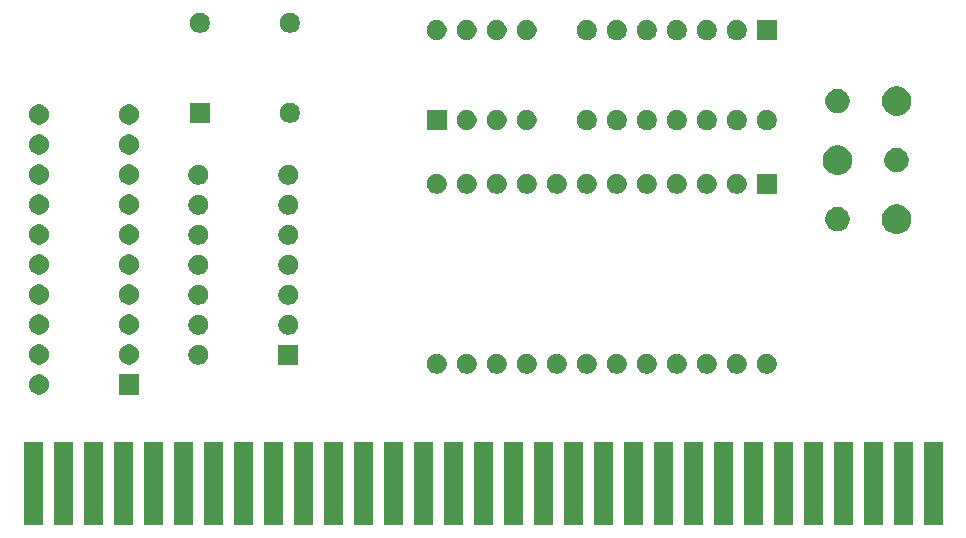
<source format=gbr>
G04 #@! TF.GenerationSoftware,KiCad,Pcbnew,(5.1.5)-3*
G04 #@! TF.CreationDate,2021-10-09T13:10:46+03:00*
G04 #@! TF.ProjectId,OPL2,4f504c32-2e6b-4696-9361-645f70636258,rev?*
G04 #@! TF.SameCoordinates,Original*
G04 #@! TF.FileFunction,Soldermask,Bot*
G04 #@! TF.FilePolarity,Negative*
%FSLAX46Y46*%
G04 Gerber Fmt 4.6, Leading zero omitted, Abs format (unit mm)*
G04 Created by KiCad (PCBNEW (5.1.5)-3) date 2021-10-09 13:10:46*
%MOMM*%
%LPD*%
G04 APERTURE LIST*
%ADD10C,0.100000*%
G04 APERTURE END LIST*
D10*
G36*
X178913000Y-123861000D02*
G01*
X177287000Y-123861000D01*
X177287000Y-116901000D01*
X178913000Y-116901000D01*
X178913000Y-123861000D01*
G37*
G36*
X140813000Y-123861000D02*
G01*
X139187000Y-123861000D01*
X139187000Y-116901000D01*
X140813000Y-116901000D01*
X140813000Y-123861000D01*
G37*
G36*
X173833000Y-123861000D02*
G01*
X172207000Y-123861000D01*
X172207000Y-116901000D01*
X173833000Y-116901000D01*
X173833000Y-123861000D01*
G37*
G36*
X171293000Y-123861000D02*
G01*
X169667000Y-123861000D01*
X169667000Y-116901000D01*
X171293000Y-116901000D01*
X171293000Y-123861000D01*
G37*
G36*
X168753000Y-123861000D02*
G01*
X167127000Y-123861000D01*
X167127000Y-116901000D01*
X168753000Y-116901000D01*
X168753000Y-123861000D01*
G37*
G36*
X166213000Y-123861000D02*
G01*
X164587000Y-123861000D01*
X164587000Y-116901000D01*
X166213000Y-116901000D01*
X166213000Y-123861000D01*
G37*
G36*
X163673000Y-123861000D02*
G01*
X162047000Y-123861000D01*
X162047000Y-116901000D01*
X163673000Y-116901000D01*
X163673000Y-123861000D01*
G37*
G36*
X161133000Y-123861000D02*
G01*
X159507000Y-123861000D01*
X159507000Y-116901000D01*
X161133000Y-116901000D01*
X161133000Y-123861000D01*
G37*
G36*
X158593000Y-123861000D02*
G01*
X156967000Y-123861000D01*
X156967000Y-116901000D01*
X158593000Y-116901000D01*
X158593000Y-123861000D01*
G37*
G36*
X156053000Y-123861000D02*
G01*
X154427000Y-123861000D01*
X154427000Y-116901000D01*
X156053000Y-116901000D01*
X156053000Y-123861000D01*
G37*
G36*
X153513000Y-123861000D02*
G01*
X151887000Y-123861000D01*
X151887000Y-116901000D01*
X153513000Y-116901000D01*
X153513000Y-123861000D01*
G37*
G36*
X150973000Y-123861000D02*
G01*
X149347000Y-123861000D01*
X149347000Y-116901000D01*
X150973000Y-116901000D01*
X150973000Y-123861000D01*
G37*
G36*
X148433000Y-123861000D02*
G01*
X146807000Y-123861000D01*
X146807000Y-116901000D01*
X148433000Y-116901000D01*
X148433000Y-123861000D01*
G37*
G36*
X145893000Y-123861000D02*
G01*
X144267000Y-123861000D01*
X144267000Y-116901000D01*
X145893000Y-116901000D01*
X145893000Y-123861000D01*
G37*
G36*
X143353000Y-123861000D02*
G01*
X141727000Y-123861000D01*
X141727000Y-116901000D01*
X143353000Y-116901000D01*
X143353000Y-123861000D01*
G37*
G36*
X176373000Y-123861000D02*
G01*
X174747000Y-123861000D01*
X174747000Y-116901000D01*
X176373000Y-116901000D01*
X176373000Y-123861000D01*
G37*
G36*
X135733000Y-123861000D02*
G01*
X134107000Y-123861000D01*
X134107000Y-116901000D01*
X135733000Y-116901000D01*
X135733000Y-123861000D01*
G37*
G36*
X102713000Y-123861000D02*
G01*
X101087000Y-123861000D01*
X101087000Y-116901000D01*
X102713000Y-116901000D01*
X102713000Y-123861000D01*
G37*
G36*
X105253000Y-123861000D02*
G01*
X103627000Y-123861000D01*
X103627000Y-116901000D01*
X105253000Y-116901000D01*
X105253000Y-123861000D01*
G37*
G36*
X107793000Y-123861000D02*
G01*
X106167000Y-123861000D01*
X106167000Y-116901000D01*
X107793000Y-116901000D01*
X107793000Y-123861000D01*
G37*
G36*
X110333000Y-123861000D02*
G01*
X108707000Y-123861000D01*
X108707000Y-116901000D01*
X110333000Y-116901000D01*
X110333000Y-123861000D01*
G37*
G36*
X112873000Y-123861000D02*
G01*
X111247000Y-123861000D01*
X111247000Y-116901000D01*
X112873000Y-116901000D01*
X112873000Y-123861000D01*
G37*
G36*
X115413000Y-123861000D02*
G01*
X113787000Y-123861000D01*
X113787000Y-116901000D01*
X115413000Y-116901000D01*
X115413000Y-123861000D01*
G37*
G36*
X117953000Y-123861000D02*
G01*
X116327000Y-123861000D01*
X116327000Y-116901000D01*
X117953000Y-116901000D01*
X117953000Y-123861000D01*
G37*
G36*
X123033000Y-123861000D02*
G01*
X121407000Y-123861000D01*
X121407000Y-116901000D01*
X123033000Y-116901000D01*
X123033000Y-123861000D01*
G37*
G36*
X138273000Y-123861000D02*
G01*
X136647000Y-123861000D01*
X136647000Y-116901000D01*
X138273000Y-116901000D01*
X138273000Y-123861000D01*
G37*
G36*
X133193000Y-123861000D02*
G01*
X131567000Y-123861000D01*
X131567000Y-116901000D01*
X133193000Y-116901000D01*
X133193000Y-123861000D01*
G37*
G36*
X130653000Y-123861000D02*
G01*
X129027000Y-123861000D01*
X129027000Y-116901000D01*
X130653000Y-116901000D01*
X130653000Y-123861000D01*
G37*
G36*
X125573000Y-123861000D02*
G01*
X123947000Y-123861000D01*
X123947000Y-116901000D01*
X125573000Y-116901000D01*
X125573000Y-123861000D01*
G37*
G36*
X120493000Y-123861000D02*
G01*
X118867000Y-123861000D01*
X118867000Y-116901000D01*
X120493000Y-116901000D01*
X120493000Y-123861000D01*
G37*
G36*
X128113000Y-123861000D02*
G01*
X126487000Y-123861000D01*
X126487000Y-116901000D01*
X128113000Y-116901000D01*
X128113000Y-123861000D01*
G37*
G36*
X102628228Y-111181703D02*
G01*
X102783100Y-111245853D01*
X102922481Y-111338985D01*
X103041015Y-111457519D01*
X103134147Y-111596900D01*
X103198297Y-111751772D01*
X103231000Y-111916184D01*
X103231000Y-112083816D01*
X103198297Y-112248228D01*
X103134147Y-112403100D01*
X103041015Y-112542481D01*
X102922481Y-112661015D01*
X102783100Y-112754147D01*
X102628228Y-112818297D01*
X102463816Y-112851000D01*
X102296184Y-112851000D01*
X102131772Y-112818297D01*
X101976900Y-112754147D01*
X101837519Y-112661015D01*
X101718985Y-112542481D01*
X101625853Y-112403100D01*
X101561703Y-112248228D01*
X101529000Y-112083816D01*
X101529000Y-111916184D01*
X101561703Y-111751772D01*
X101625853Y-111596900D01*
X101718985Y-111457519D01*
X101837519Y-111338985D01*
X101976900Y-111245853D01*
X102131772Y-111181703D01*
X102296184Y-111149000D01*
X102463816Y-111149000D01*
X102628228Y-111181703D01*
G37*
G36*
X110851000Y-112851000D02*
G01*
X109149000Y-112851000D01*
X109149000Y-111149000D01*
X110851000Y-111149000D01*
X110851000Y-112851000D01*
G37*
G36*
X136308228Y-109421703D02*
G01*
X136463100Y-109485853D01*
X136602481Y-109578985D01*
X136721015Y-109697519D01*
X136814147Y-109836900D01*
X136878297Y-109991772D01*
X136911000Y-110156184D01*
X136911000Y-110323816D01*
X136878297Y-110488228D01*
X136814147Y-110643100D01*
X136721015Y-110782481D01*
X136602481Y-110901015D01*
X136463100Y-110994147D01*
X136308228Y-111058297D01*
X136143816Y-111091000D01*
X135976184Y-111091000D01*
X135811772Y-111058297D01*
X135656900Y-110994147D01*
X135517519Y-110901015D01*
X135398985Y-110782481D01*
X135305853Y-110643100D01*
X135241703Y-110488228D01*
X135209000Y-110323816D01*
X135209000Y-110156184D01*
X135241703Y-109991772D01*
X135305853Y-109836900D01*
X135398985Y-109697519D01*
X135517519Y-109578985D01*
X135656900Y-109485853D01*
X135811772Y-109421703D01*
X135976184Y-109389000D01*
X136143816Y-109389000D01*
X136308228Y-109421703D01*
G37*
G36*
X138848228Y-109421703D02*
G01*
X139003100Y-109485853D01*
X139142481Y-109578985D01*
X139261015Y-109697519D01*
X139354147Y-109836900D01*
X139418297Y-109991772D01*
X139451000Y-110156184D01*
X139451000Y-110323816D01*
X139418297Y-110488228D01*
X139354147Y-110643100D01*
X139261015Y-110782481D01*
X139142481Y-110901015D01*
X139003100Y-110994147D01*
X138848228Y-111058297D01*
X138683816Y-111091000D01*
X138516184Y-111091000D01*
X138351772Y-111058297D01*
X138196900Y-110994147D01*
X138057519Y-110901015D01*
X137938985Y-110782481D01*
X137845853Y-110643100D01*
X137781703Y-110488228D01*
X137749000Y-110323816D01*
X137749000Y-110156184D01*
X137781703Y-109991772D01*
X137845853Y-109836900D01*
X137938985Y-109697519D01*
X138057519Y-109578985D01*
X138196900Y-109485853D01*
X138351772Y-109421703D01*
X138516184Y-109389000D01*
X138683816Y-109389000D01*
X138848228Y-109421703D01*
G37*
G36*
X141388228Y-109421703D02*
G01*
X141543100Y-109485853D01*
X141682481Y-109578985D01*
X141801015Y-109697519D01*
X141894147Y-109836900D01*
X141958297Y-109991772D01*
X141991000Y-110156184D01*
X141991000Y-110323816D01*
X141958297Y-110488228D01*
X141894147Y-110643100D01*
X141801015Y-110782481D01*
X141682481Y-110901015D01*
X141543100Y-110994147D01*
X141388228Y-111058297D01*
X141223816Y-111091000D01*
X141056184Y-111091000D01*
X140891772Y-111058297D01*
X140736900Y-110994147D01*
X140597519Y-110901015D01*
X140478985Y-110782481D01*
X140385853Y-110643100D01*
X140321703Y-110488228D01*
X140289000Y-110323816D01*
X140289000Y-110156184D01*
X140321703Y-109991772D01*
X140385853Y-109836900D01*
X140478985Y-109697519D01*
X140597519Y-109578985D01*
X140736900Y-109485853D01*
X140891772Y-109421703D01*
X141056184Y-109389000D01*
X141223816Y-109389000D01*
X141388228Y-109421703D01*
G37*
G36*
X143928228Y-109421703D02*
G01*
X144083100Y-109485853D01*
X144222481Y-109578985D01*
X144341015Y-109697519D01*
X144434147Y-109836900D01*
X144498297Y-109991772D01*
X144531000Y-110156184D01*
X144531000Y-110323816D01*
X144498297Y-110488228D01*
X144434147Y-110643100D01*
X144341015Y-110782481D01*
X144222481Y-110901015D01*
X144083100Y-110994147D01*
X143928228Y-111058297D01*
X143763816Y-111091000D01*
X143596184Y-111091000D01*
X143431772Y-111058297D01*
X143276900Y-110994147D01*
X143137519Y-110901015D01*
X143018985Y-110782481D01*
X142925853Y-110643100D01*
X142861703Y-110488228D01*
X142829000Y-110323816D01*
X142829000Y-110156184D01*
X142861703Y-109991772D01*
X142925853Y-109836900D01*
X143018985Y-109697519D01*
X143137519Y-109578985D01*
X143276900Y-109485853D01*
X143431772Y-109421703D01*
X143596184Y-109389000D01*
X143763816Y-109389000D01*
X143928228Y-109421703D01*
G37*
G36*
X146468228Y-109421703D02*
G01*
X146623100Y-109485853D01*
X146762481Y-109578985D01*
X146881015Y-109697519D01*
X146974147Y-109836900D01*
X147038297Y-109991772D01*
X147071000Y-110156184D01*
X147071000Y-110323816D01*
X147038297Y-110488228D01*
X146974147Y-110643100D01*
X146881015Y-110782481D01*
X146762481Y-110901015D01*
X146623100Y-110994147D01*
X146468228Y-111058297D01*
X146303816Y-111091000D01*
X146136184Y-111091000D01*
X145971772Y-111058297D01*
X145816900Y-110994147D01*
X145677519Y-110901015D01*
X145558985Y-110782481D01*
X145465853Y-110643100D01*
X145401703Y-110488228D01*
X145369000Y-110323816D01*
X145369000Y-110156184D01*
X145401703Y-109991772D01*
X145465853Y-109836900D01*
X145558985Y-109697519D01*
X145677519Y-109578985D01*
X145816900Y-109485853D01*
X145971772Y-109421703D01*
X146136184Y-109389000D01*
X146303816Y-109389000D01*
X146468228Y-109421703D01*
G37*
G36*
X149008228Y-109421703D02*
G01*
X149163100Y-109485853D01*
X149302481Y-109578985D01*
X149421015Y-109697519D01*
X149514147Y-109836900D01*
X149578297Y-109991772D01*
X149611000Y-110156184D01*
X149611000Y-110323816D01*
X149578297Y-110488228D01*
X149514147Y-110643100D01*
X149421015Y-110782481D01*
X149302481Y-110901015D01*
X149163100Y-110994147D01*
X149008228Y-111058297D01*
X148843816Y-111091000D01*
X148676184Y-111091000D01*
X148511772Y-111058297D01*
X148356900Y-110994147D01*
X148217519Y-110901015D01*
X148098985Y-110782481D01*
X148005853Y-110643100D01*
X147941703Y-110488228D01*
X147909000Y-110323816D01*
X147909000Y-110156184D01*
X147941703Y-109991772D01*
X148005853Y-109836900D01*
X148098985Y-109697519D01*
X148217519Y-109578985D01*
X148356900Y-109485853D01*
X148511772Y-109421703D01*
X148676184Y-109389000D01*
X148843816Y-109389000D01*
X149008228Y-109421703D01*
G37*
G36*
X151548228Y-109421703D02*
G01*
X151703100Y-109485853D01*
X151842481Y-109578985D01*
X151961015Y-109697519D01*
X152054147Y-109836900D01*
X152118297Y-109991772D01*
X152151000Y-110156184D01*
X152151000Y-110323816D01*
X152118297Y-110488228D01*
X152054147Y-110643100D01*
X151961015Y-110782481D01*
X151842481Y-110901015D01*
X151703100Y-110994147D01*
X151548228Y-111058297D01*
X151383816Y-111091000D01*
X151216184Y-111091000D01*
X151051772Y-111058297D01*
X150896900Y-110994147D01*
X150757519Y-110901015D01*
X150638985Y-110782481D01*
X150545853Y-110643100D01*
X150481703Y-110488228D01*
X150449000Y-110323816D01*
X150449000Y-110156184D01*
X150481703Y-109991772D01*
X150545853Y-109836900D01*
X150638985Y-109697519D01*
X150757519Y-109578985D01*
X150896900Y-109485853D01*
X151051772Y-109421703D01*
X151216184Y-109389000D01*
X151383816Y-109389000D01*
X151548228Y-109421703D01*
G37*
G36*
X154088228Y-109421703D02*
G01*
X154243100Y-109485853D01*
X154382481Y-109578985D01*
X154501015Y-109697519D01*
X154594147Y-109836900D01*
X154658297Y-109991772D01*
X154691000Y-110156184D01*
X154691000Y-110323816D01*
X154658297Y-110488228D01*
X154594147Y-110643100D01*
X154501015Y-110782481D01*
X154382481Y-110901015D01*
X154243100Y-110994147D01*
X154088228Y-111058297D01*
X153923816Y-111091000D01*
X153756184Y-111091000D01*
X153591772Y-111058297D01*
X153436900Y-110994147D01*
X153297519Y-110901015D01*
X153178985Y-110782481D01*
X153085853Y-110643100D01*
X153021703Y-110488228D01*
X152989000Y-110323816D01*
X152989000Y-110156184D01*
X153021703Y-109991772D01*
X153085853Y-109836900D01*
X153178985Y-109697519D01*
X153297519Y-109578985D01*
X153436900Y-109485853D01*
X153591772Y-109421703D01*
X153756184Y-109389000D01*
X153923816Y-109389000D01*
X154088228Y-109421703D01*
G37*
G36*
X156628228Y-109421703D02*
G01*
X156783100Y-109485853D01*
X156922481Y-109578985D01*
X157041015Y-109697519D01*
X157134147Y-109836900D01*
X157198297Y-109991772D01*
X157231000Y-110156184D01*
X157231000Y-110323816D01*
X157198297Y-110488228D01*
X157134147Y-110643100D01*
X157041015Y-110782481D01*
X156922481Y-110901015D01*
X156783100Y-110994147D01*
X156628228Y-111058297D01*
X156463816Y-111091000D01*
X156296184Y-111091000D01*
X156131772Y-111058297D01*
X155976900Y-110994147D01*
X155837519Y-110901015D01*
X155718985Y-110782481D01*
X155625853Y-110643100D01*
X155561703Y-110488228D01*
X155529000Y-110323816D01*
X155529000Y-110156184D01*
X155561703Y-109991772D01*
X155625853Y-109836900D01*
X155718985Y-109697519D01*
X155837519Y-109578985D01*
X155976900Y-109485853D01*
X156131772Y-109421703D01*
X156296184Y-109389000D01*
X156463816Y-109389000D01*
X156628228Y-109421703D01*
G37*
G36*
X159168228Y-109421703D02*
G01*
X159323100Y-109485853D01*
X159462481Y-109578985D01*
X159581015Y-109697519D01*
X159674147Y-109836900D01*
X159738297Y-109991772D01*
X159771000Y-110156184D01*
X159771000Y-110323816D01*
X159738297Y-110488228D01*
X159674147Y-110643100D01*
X159581015Y-110782481D01*
X159462481Y-110901015D01*
X159323100Y-110994147D01*
X159168228Y-111058297D01*
X159003816Y-111091000D01*
X158836184Y-111091000D01*
X158671772Y-111058297D01*
X158516900Y-110994147D01*
X158377519Y-110901015D01*
X158258985Y-110782481D01*
X158165853Y-110643100D01*
X158101703Y-110488228D01*
X158069000Y-110323816D01*
X158069000Y-110156184D01*
X158101703Y-109991772D01*
X158165853Y-109836900D01*
X158258985Y-109697519D01*
X158377519Y-109578985D01*
X158516900Y-109485853D01*
X158671772Y-109421703D01*
X158836184Y-109389000D01*
X159003816Y-109389000D01*
X159168228Y-109421703D01*
G37*
G36*
X161708228Y-109421703D02*
G01*
X161863100Y-109485853D01*
X162002481Y-109578985D01*
X162121015Y-109697519D01*
X162214147Y-109836900D01*
X162278297Y-109991772D01*
X162311000Y-110156184D01*
X162311000Y-110323816D01*
X162278297Y-110488228D01*
X162214147Y-110643100D01*
X162121015Y-110782481D01*
X162002481Y-110901015D01*
X161863100Y-110994147D01*
X161708228Y-111058297D01*
X161543816Y-111091000D01*
X161376184Y-111091000D01*
X161211772Y-111058297D01*
X161056900Y-110994147D01*
X160917519Y-110901015D01*
X160798985Y-110782481D01*
X160705853Y-110643100D01*
X160641703Y-110488228D01*
X160609000Y-110323816D01*
X160609000Y-110156184D01*
X160641703Y-109991772D01*
X160705853Y-109836900D01*
X160798985Y-109697519D01*
X160917519Y-109578985D01*
X161056900Y-109485853D01*
X161211772Y-109421703D01*
X161376184Y-109389000D01*
X161543816Y-109389000D01*
X161708228Y-109421703D01*
G37*
G36*
X164248228Y-109421703D02*
G01*
X164403100Y-109485853D01*
X164542481Y-109578985D01*
X164661015Y-109697519D01*
X164754147Y-109836900D01*
X164818297Y-109991772D01*
X164851000Y-110156184D01*
X164851000Y-110323816D01*
X164818297Y-110488228D01*
X164754147Y-110643100D01*
X164661015Y-110782481D01*
X164542481Y-110901015D01*
X164403100Y-110994147D01*
X164248228Y-111058297D01*
X164083816Y-111091000D01*
X163916184Y-111091000D01*
X163751772Y-111058297D01*
X163596900Y-110994147D01*
X163457519Y-110901015D01*
X163338985Y-110782481D01*
X163245853Y-110643100D01*
X163181703Y-110488228D01*
X163149000Y-110323816D01*
X163149000Y-110156184D01*
X163181703Y-109991772D01*
X163245853Y-109836900D01*
X163338985Y-109697519D01*
X163457519Y-109578985D01*
X163596900Y-109485853D01*
X163751772Y-109421703D01*
X163916184Y-109389000D01*
X164083816Y-109389000D01*
X164248228Y-109421703D01*
G37*
G36*
X116128228Y-108651703D02*
G01*
X116283100Y-108715853D01*
X116422481Y-108808985D01*
X116541015Y-108927519D01*
X116634147Y-109066900D01*
X116698297Y-109221772D01*
X116731000Y-109386184D01*
X116731000Y-109553816D01*
X116698297Y-109718228D01*
X116634147Y-109873100D01*
X116541015Y-110012481D01*
X116422481Y-110131015D01*
X116283100Y-110224147D01*
X116128228Y-110288297D01*
X115963816Y-110321000D01*
X115796184Y-110321000D01*
X115631772Y-110288297D01*
X115476900Y-110224147D01*
X115337519Y-110131015D01*
X115218985Y-110012481D01*
X115125853Y-109873100D01*
X115061703Y-109718228D01*
X115029000Y-109553816D01*
X115029000Y-109386184D01*
X115061703Y-109221772D01*
X115125853Y-109066900D01*
X115218985Y-108927519D01*
X115337519Y-108808985D01*
X115476900Y-108715853D01*
X115631772Y-108651703D01*
X115796184Y-108619000D01*
X115963816Y-108619000D01*
X116128228Y-108651703D01*
G37*
G36*
X124351000Y-110321000D02*
G01*
X122649000Y-110321000D01*
X122649000Y-108619000D01*
X124351000Y-108619000D01*
X124351000Y-110321000D01*
G37*
G36*
X110248228Y-108641703D02*
G01*
X110403100Y-108705853D01*
X110542481Y-108798985D01*
X110661015Y-108917519D01*
X110754147Y-109056900D01*
X110818297Y-109211772D01*
X110851000Y-109376184D01*
X110851000Y-109543816D01*
X110818297Y-109708228D01*
X110754147Y-109863100D01*
X110661015Y-110002481D01*
X110542481Y-110121015D01*
X110403100Y-110214147D01*
X110248228Y-110278297D01*
X110083816Y-110311000D01*
X109916184Y-110311000D01*
X109751772Y-110278297D01*
X109596900Y-110214147D01*
X109457519Y-110121015D01*
X109338985Y-110002481D01*
X109245853Y-109863100D01*
X109181703Y-109708228D01*
X109149000Y-109543816D01*
X109149000Y-109376184D01*
X109181703Y-109211772D01*
X109245853Y-109056900D01*
X109338985Y-108917519D01*
X109457519Y-108798985D01*
X109596900Y-108705853D01*
X109751772Y-108641703D01*
X109916184Y-108609000D01*
X110083816Y-108609000D01*
X110248228Y-108641703D01*
G37*
G36*
X102628228Y-108641703D02*
G01*
X102783100Y-108705853D01*
X102922481Y-108798985D01*
X103041015Y-108917519D01*
X103134147Y-109056900D01*
X103198297Y-109211772D01*
X103231000Y-109376184D01*
X103231000Y-109543816D01*
X103198297Y-109708228D01*
X103134147Y-109863100D01*
X103041015Y-110002481D01*
X102922481Y-110121015D01*
X102783100Y-110214147D01*
X102628228Y-110278297D01*
X102463816Y-110311000D01*
X102296184Y-110311000D01*
X102131772Y-110278297D01*
X101976900Y-110214147D01*
X101837519Y-110121015D01*
X101718985Y-110002481D01*
X101625853Y-109863100D01*
X101561703Y-109708228D01*
X101529000Y-109543816D01*
X101529000Y-109376184D01*
X101561703Y-109211772D01*
X101625853Y-109056900D01*
X101718985Y-108917519D01*
X101837519Y-108798985D01*
X101976900Y-108705853D01*
X102131772Y-108641703D01*
X102296184Y-108609000D01*
X102463816Y-108609000D01*
X102628228Y-108641703D01*
G37*
G36*
X123748228Y-106111703D02*
G01*
X123903100Y-106175853D01*
X124042481Y-106268985D01*
X124161015Y-106387519D01*
X124254147Y-106526900D01*
X124318297Y-106681772D01*
X124351000Y-106846184D01*
X124351000Y-107013816D01*
X124318297Y-107178228D01*
X124254147Y-107333100D01*
X124161015Y-107472481D01*
X124042481Y-107591015D01*
X123903100Y-107684147D01*
X123748228Y-107748297D01*
X123583816Y-107781000D01*
X123416184Y-107781000D01*
X123251772Y-107748297D01*
X123096900Y-107684147D01*
X122957519Y-107591015D01*
X122838985Y-107472481D01*
X122745853Y-107333100D01*
X122681703Y-107178228D01*
X122649000Y-107013816D01*
X122649000Y-106846184D01*
X122681703Y-106681772D01*
X122745853Y-106526900D01*
X122838985Y-106387519D01*
X122957519Y-106268985D01*
X123096900Y-106175853D01*
X123251772Y-106111703D01*
X123416184Y-106079000D01*
X123583816Y-106079000D01*
X123748228Y-106111703D01*
G37*
G36*
X116128228Y-106111703D02*
G01*
X116283100Y-106175853D01*
X116422481Y-106268985D01*
X116541015Y-106387519D01*
X116634147Y-106526900D01*
X116698297Y-106681772D01*
X116731000Y-106846184D01*
X116731000Y-107013816D01*
X116698297Y-107178228D01*
X116634147Y-107333100D01*
X116541015Y-107472481D01*
X116422481Y-107591015D01*
X116283100Y-107684147D01*
X116128228Y-107748297D01*
X115963816Y-107781000D01*
X115796184Y-107781000D01*
X115631772Y-107748297D01*
X115476900Y-107684147D01*
X115337519Y-107591015D01*
X115218985Y-107472481D01*
X115125853Y-107333100D01*
X115061703Y-107178228D01*
X115029000Y-107013816D01*
X115029000Y-106846184D01*
X115061703Y-106681772D01*
X115125853Y-106526900D01*
X115218985Y-106387519D01*
X115337519Y-106268985D01*
X115476900Y-106175853D01*
X115631772Y-106111703D01*
X115796184Y-106079000D01*
X115963816Y-106079000D01*
X116128228Y-106111703D01*
G37*
G36*
X102628228Y-106101703D02*
G01*
X102783100Y-106165853D01*
X102922481Y-106258985D01*
X103041015Y-106377519D01*
X103134147Y-106516900D01*
X103198297Y-106671772D01*
X103231000Y-106836184D01*
X103231000Y-107003816D01*
X103198297Y-107168228D01*
X103134147Y-107323100D01*
X103041015Y-107462481D01*
X102922481Y-107581015D01*
X102783100Y-107674147D01*
X102628228Y-107738297D01*
X102463816Y-107771000D01*
X102296184Y-107771000D01*
X102131772Y-107738297D01*
X101976900Y-107674147D01*
X101837519Y-107581015D01*
X101718985Y-107462481D01*
X101625853Y-107323100D01*
X101561703Y-107168228D01*
X101529000Y-107003816D01*
X101529000Y-106836184D01*
X101561703Y-106671772D01*
X101625853Y-106516900D01*
X101718985Y-106377519D01*
X101837519Y-106258985D01*
X101976900Y-106165853D01*
X102131772Y-106101703D01*
X102296184Y-106069000D01*
X102463816Y-106069000D01*
X102628228Y-106101703D01*
G37*
G36*
X110248228Y-106101703D02*
G01*
X110403100Y-106165853D01*
X110542481Y-106258985D01*
X110661015Y-106377519D01*
X110754147Y-106516900D01*
X110818297Y-106671772D01*
X110851000Y-106836184D01*
X110851000Y-107003816D01*
X110818297Y-107168228D01*
X110754147Y-107323100D01*
X110661015Y-107462481D01*
X110542481Y-107581015D01*
X110403100Y-107674147D01*
X110248228Y-107738297D01*
X110083816Y-107771000D01*
X109916184Y-107771000D01*
X109751772Y-107738297D01*
X109596900Y-107674147D01*
X109457519Y-107581015D01*
X109338985Y-107462481D01*
X109245853Y-107323100D01*
X109181703Y-107168228D01*
X109149000Y-107003816D01*
X109149000Y-106836184D01*
X109181703Y-106671772D01*
X109245853Y-106516900D01*
X109338985Y-106377519D01*
X109457519Y-106258985D01*
X109596900Y-106165853D01*
X109751772Y-106101703D01*
X109916184Y-106069000D01*
X110083816Y-106069000D01*
X110248228Y-106101703D01*
G37*
G36*
X116128228Y-103571703D02*
G01*
X116283100Y-103635853D01*
X116422481Y-103728985D01*
X116541015Y-103847519D01*
X116634147Y-103986900D01*
X116698297Y-104141772D01*
X116731000Y-104306184D01*
X116731000Y-104473816D01*
X116698297Y-104638228D01*
X116634147Y-104793100D01*
X116541015Y-104932481D01*
X116422481Y-105051015D01*
X116283100Y-105144147D01*
X116128228Y-105208297D01*
X115963816Y-105241000D01*
X115796184Y-105241000D01*
X115631772Y-105208297D01*
X115476900Y-105144147D01*
X115337519Y-105051015D01*
X115218985Y-104932481D01*
X115125853Y-104793100D01*
X115061703Y-104638228D01*
X115029000Y-104473816D01*
X115029000Y-104306184D01*
X115061703Y-104141772D01*
X115125853Y-103986900D01*
X115218985Y-103847519D01*
X115337519Y-103728985D01*
X115476900Y-103635853D01*
X115631772Y-103571703D01*
X115796184Y-103539000D01*
X115963816Y-103539000D01*
X116128228Y-103571703D01*
G37*
G36*
X123748228Y-103571703D02*
G01*
X123903100Y-103635853D01*
X124042481Y-103728985D01*
X124161015Y-103847519D01*
X124254147Y-103986900D01*
X124318297Y-104141772D01*
X124351000Y-104306184D01*
X124351000Y-104473816D01*
X124318297Y-104638228D01*
X124254147Y-104793100D01*
X124161015Y-104932481D01*
X124042481Y-105051015D01*
X123903100Y-105144147D01*
X123748228Y-105208297D01*
X123583816Y-105241000D01*
X123416184Y-105241000D01*
X123251772Y-105208297D01*
X123096900Y-105144147D01*
X122957519Y-105051015D01*
X122838985Y-104932481D01*
X122745853Y-104793100D01*
X122681703Y-104638228D01*
X122649000Y-104473816D01*
X122649000Y-104306184D01*
X122681703Y-104141772D01*
X122745853Y-103986900D01*
X122838985Y-103847519D01*
X122957519Y-103728985D01*
X123096900Y-103635853D01*
X123251772Y-103571703D01*
X123416184Y-103539000D01*
X123583816Y-103539000D01*
X123748228Y-103571703D01*
G37*
G36*
X110248228Y-103561703D02*
G01*
X110403100Y-103625853D01*
X110542481Y-103718985D01*
X110661015Y-103837519D01*
X110754147Y-103976900D01*
X110818297Y-104131772D01*
X110851000Y-104296184D01*
X110851000Y-104463816D01*
X110818297Y-104628228D01*
X110754147Y-104783100D01*
X110661015Y-104922481D01*
X110542481Y-105041015D01*
X110403100Y-105134147D01*
X110248228Y-105198297D01*
X110083816Y-105231000D01*
X109916184Y-105231000D01*
X109751772Y-105198297D01*
X109596900Y-105134147D01*
X109457519Y-105041015D01*
X109338985Y-104922481D01*
X109245853Y-104783100D01*
X109181703Y-104628228D01*
X109149000Y-104463816D01*
X109149000Y-104296184D01*
X109181703Y-104131772D01*
X109245853Y-103976900D01*
X109338985Y-103837519D01*
X109457519Y-103718985D01*
X109596900Y-103625853D01*
X109751772Y-103561703D01*
X109916184Y-103529000D01*
X110083816Y-103529000D01*
X110248228Y-103561703D01*
G37*
G36*
X102628228Y-103561703D02*
G01*
X102783100Y-103625853D01*
X102922481Y-103718985D01*
X103041015Y-103837519D01*
X103134147Y-103976900D01*
X103198297Y-104131772D01*
X103231000Y-104296184D01*
X103231000Y-104463816D01*
X103198297Y-104628228D01*
X103134147Y-104783100D01*
X103041015Y-104922481D01*
X102922481Y-105041015D01*
X102783100Y-105134147D01*
X102628228Y-105198297D01*
X102463816Y-105231000D01*
X102296184Y-105231000D01*
X102131772Y-105198297D01*
X101976900Y-105134147D01*
X101837519Y-105041015D01*
X101718985Y-104922481D01*
X101625853Y-104783100D01*
X101561703Y-104628228D01*
X101529000Y-104463816D01*
X101529000Y-104296184D01*
X101561703Y-104131772D01*
X101625853Y-103976900D01*
X101718985Y-103837519D01*
X101837519Y-103718985D01*
X101976900Y-103625853D01*
X102131772Y-103561703D01*
X102296184Y-103529000D01*
X102463816Y-103529000D01*
X102628228Y-103561703D01*
G37*
G36*
X123748228Y-101031703D02*
G01*
X123903100Y-101095853D01*
X124042481Y-101188985D01*
X124161015Y-101307519D01*
X124254147Y-101446900D01*
X124318297Y-101601772D01*
X124351000Y-101766184D01*
X124351000Y-101933816D01*
X124318297Y-102098228D01*
X124254147Y-102253100D01*
X124161015Y-102392481D01*
X124042481Y-102511015D01*
X123903100Y-102604147D01*
X123748228Y-102668297D01*
X123583816Y-102701000D01*
X123416184Y-102701000D01*
X123251772Y-102668297D01*
X123096900Y-102604147D01*
X122957519Y-102511015D01*
X122838985Y-102392481D01*
X122745853Y-102253100D01*
X122681703Y-102098228D01*
X122649000Y-101933816D01*
X122649000Y-101766184D01*
X122681703Y-101601772D01*
X122745853Y-101446900D01*
X122838985Y-101307519D01*
X122957519Y-101188985D01*
X123096900Y-101095853D01*
X123251772Y-101031703D01*
X123416184Y-100999000D01*
X123583816Y-100999000D01*
X123748228Y-101031703D01*
G37*
G36*
X116128228Y-101031703D02*
G01*
X116283100Y-101095853D01*
X116422481Y-101188985D01*
X116541015Y-101307519D01*
X116634147Y-101446900D01*
X116698297Y-101601772D01*
X116731000Y-101766184D01*
X116731000Y-101933816D01*
X116698297Y-102098228D01*
X116634147Y-102253100D01*
X116541015Y-102392481D01*
X116422481Y-102511015D01*
X116283100Y-102604147D01*
X116128228Y-102668297D01*
X115963816Y-102701000D01*
X115796184Y-102701000D01*
X115631772Y-102668297D01*
X115476900Y-102604147D01*
X115337519Y-102511015D01*
X115218985Y-102392481D01*
X115125853Y-102253100D01*
X115061703Y-102098228D01*
X115029000Y-101933816D01*
X115029000Y-101766184D01*
X115061703Y-101601772D01*
X115125853Y-101446900D01*
X115218985Y-101307519D01*
X115337519Y-101188985D01*
X115476900Y-101095853D01*
X115631772Y-101031703D01*
X115796184Y-100999000D01*
X115963816Y-100999000D01*
X116128228Y-101031703D01*
G37*
G36*
X110248228Y-101021703D02*
G01*
X110403100Y-101085853D01*
X110542481Y-101178985D01*
X110661015Y-101297519D01*
X110754147Y-101436900D01*
X110818297Y-101591772D01*
X110851000Y-101756184D01*
X110851000Y-101923816D01*
X110818297Y-102088228D01*
X110754147Y-102243100D01*
X110661015Y-102382481D01*
X110542481Y-102501015D01*
X110403100Y-102594147D01*
X110248228Y-102658297D01*
X110083816Y-102691000D01*
X109916184Y-102691000D01*
X109751772Y-102658297D01*
X109596900Y-102594147D01*
X109457519Y-102501015D01*
X109338985Y-102382481D01*
X109245853Y-102243100D01*
X109181703Y-102088228D01*
X109149000Y-101923816D01*
X109149000Y-101756184D01*
X109181703Y-101591772D01*
X109245853Y-101436900D01*
X109338985Y-101297519D01*
X109457519Y-101178985D01*
X109596900Y-101085853D01*
X109751772Y-101021703D01*
X109916184Y-100989000D01*
X110083816Y-100989000D01*
X110248228Y-101021703D01*
G37*
G36*
X102628228Y-101021703D02*
G01*
X102783100Y-101085853D01*
X102922481Y-101178985D01*
X103041015Y-101297519D01*
X103134147Y-101436900D01*
X103198297Y-101591772D01*
X103231000Y-101756184D01*
X103231000Y-101923816D01*
X103198297Y-102088228D01*
X103134147Y-102243100D01*
X103041015Y-102382481D01*
X102922481Y-102501015D01*
X102783100Y-102594147D01*
X102628228Y-102658297D01*
X102463816Y-102691000D01*
X102296184Y-102691000D01*
X102131772Y-102658297D01*
X101976900Y-102594147D01*
X101837519Y-102501015D01*
X101718985Y-102382481D01*
X101625853Y-102243100D01*
X101561703Y-102088228D01*
X101529000Y-101923816D01*
X101529000Y-101756184D01*
X101561703Y-101591772D01*
X101625853Y-101436900D01*
X101718985Y-101297519D01*
X101837519Y-101178985D01*
X101976900Y-101085853D01*
X102131772Y-101021703D01*
X102296184Y-100989000D01*
X102463816Y-100989000D01*
X102628228Y-101021703D01*
G37*
G36*
X123748228Y-98491703D02*
G01*
X123903100Y-98555853D01*
X124042481Y-98648985D01*
X124161015Y-98767519D01*
X124254147Y-98906900D01*
X124318297Y-99061772D01*
X124351000Y-99226184D01*
X124351000Y-99393816D01*
X124318297Y-99558228D01*
X124254147Y-99713100D01*
X124161015Y-99852481D01*
X124042481Y-99971015D01*
X123903100Y-100064147D01*
X123748228Y-100128297D01*
X123583816Y-100161000D01*
X123416184Y-100161000D01*
X123251772Y-100128297D01*
X123096900Y-100064147D01*
X122957519Y-99971015D01*
X122838985Y-99852481D01*
X122745853Y-99713100D01*
X122681703Y-99558228D01*
X122649000Y-99393816D01*
X122649000Y-99226184D01*
X122681703Y-99061772D01*
X122745853Y-98906900D01*
X122838985Y-98767519D01*
X122957519Y-98648985D01*
X123096900Y-98555853D01*
X123251772Y-98491703D01*
X123416184Y-98459000D01*
X123583816Y-98459000D01*
X123748228Y-98491703D01*
G37*
G36*
X116128228Y-98491703D02*
G01*
X116283100Y-98555853D01*
X116422481Y-98648985D01*
X116541015Y-98767519D01*
X116634147Y-98906900D01*
X116698297Y-99061772D01*
X116731000Y-99226184D01*
X116731000Y-99393816D01*
X116698297Y-99558228D01*
X116634147Y-99713100D01*
X116541015Y-99852481D01*
X116422481Y-99971015D01*
X116283100Y-100064147D01*
X116128228Y-100128297D01*
X115963816Y-100161000D01*
X115796184Y-100161000D01*
X115631772Y-100128297D01*
X115476900Y-100064147D01*
X115337519Y-99971015D01*
X115218985Y-99852481D01*
X115125853Y-99713100D01*
X115061703Y-99558228D01*
X115029000Y-99393816D01*
X115029000Y-99226184D01*
X115061703Y-99061772D01*
X115125853Y-98906900D01*
X115218985Y-98767519D01*
X115337519Y-98648985D01*
X115476900Y-98555853D01*
X115631772Y-98491703D01*
X115796184Y-98459000D01*
X115963816Y-98459000D01*
X116128228Y-98491703D01*
G37*
G36*
X102628228Y-98481703D02*
G01*
X102783100Y-98545853D01*
X102922481Y-98638985D01*
X103041015Y-98757519D01*
X103134147Y-98896900D01*
X103198297Y-99051772D01*
X103231000Y-99216184D01*
X103231000Y-99383816D01*
X103198297Y-99548228D01*
X103134147Y-99703100D01*
X103041015Y-99842481D01*
X102922481Y-99961015D01*
X102783100Y-100054147D01*
X102628228Y-100118297D01*
X102463816Y-100151000D01*
X102296184Y-100151000D01*
X102131772Y-100118297D01*
X101976900Y-100054147D01*
X101837519Y-99961015D01*
X101718985Y-99842481D01*
X101625853Y-99703100D01*
X101561703Y-99548228D01*
X101529000Y-99383816D01*
X101529000Y-99216184D01*
X101561703Y-99051772D01*
X101625853Y-98896900D01*
X101718985Y-98757519D01*
X101837519Y-98638985D01*
X101976900Y-98545853D01*
X102131772Y-98481703D01*
X102296184Y-98449000D01*
X102463816Y-98449000D01*
X102628228Y-98481703D01*
G37*
G36*
X110248228Y-98481703D02*
G01*
X110403100Y-98545853D01*
X110542481Y-98638985D01*
X110661015Y-98757519D01*
X110754147Y-98896900D01*
X110818297Y-99051772D01*
X110851000Y-99216184D01*
X110851000Y-99383816D01*
X110818297Y-99548228D01*
X110754147Y-99703100D01*
X110661015Y-99842481D01*
X110542481Y-99961015D01*
X110403100Y-100054147D01*
X110248228Y-100118297D01*
X110083816Y-100151000D01*
X109916184Y-100151000D01*
X109751772Y-100118297D01*
X109596900Y-100054147D01*
X109457519Y-99961015D01*
X109338985Y-99842481D01*
X109245853Y-99703100D01*
X109181703Y-99548228D01*
X109149000Y-99383816D01*
X109149000Y-99216184D01*
X109181703Y-99051772D01*
X109245853Y-98896900D01*
X109338985Y-98757519D01*
X109457519Y-98638985D01*
X109596900Y-98545853D01*
X109751772Y-98481703D01*
X109916184Y-98449000D01*
X110083816Y-98449000D01*
X110248228Y-98481703D01*
G37*
G36*
X175364903Y-96797075D02*
G01*
X175592571Y-96891378D01*
X175797466Y-97028285D01*
X175971715Y-97202534D01*
X176067552Y-97345964D01*
X176108623Y-97407431D01*
X176202925Y-97635097D01*
X176251000Y-97876786D01*
X176251000Y-98123214D01*
X176202925Y-98364903D01*
X176123832Y-98555852D01*
X176108622Y-98592571D01*
X175971715Y-98797466D01*
X175797466Y-98971715D01*
X175592571Y-99108622D01*
X175592570Y-99108623D01*
X175592569Y-99108623D01*
X175364903Y-99202925D01*
X175123214Y-99251000D01*
X174876786Y-99251000D01*
X174635097Y-99202925D01*
X174407431Y-99108623D01*
X174407430Y-99108623D01*
X174407429Y-99108622D01*
X174202534Y-98971715D01*
X174028285Y-98797466D01*
X173891378Y-98592571D01*
X173876169Y-98555852D01*
X173797075Y-98364903D01*
X173749000Y-98123214D01*
X173749000Y-97876786D01*
X173797075Y-97635097D01*
X173891377Y-97407431D01*
X173932448Y-97345964D01*
X174028285Y-97202534D01*
X174202534Y-97028285D01*
X174407429Y-96891378D01*
X174635097Y-96797075D01*
X174876786Y-96749000D01*
X175123214Y-96749000D01*
X175364903Y-96797075D01*
G37*
G36*
X170299272Y-97013428D02*
G01*
X170485991Y-97090770D01*
X170485993Y-97090771D01*
X170654037Y-97203054D01*
X170796946Y-97345963D01*
X170909229Y-97514007D01*
X170909230Y-97514009D01*
X170986572Y-97700728D01*
X171026000Y-97898947D01*
X171026000Y-98101053D01*
X170986572Y-98299272D01*
X170924552Y-98449000D01*
X170909229Y-98485993D01*
X170796946Y-98654037D01*
X170654037Y-98796946D01*
X170485993Y-98909229D01*
X170485992Y-98909230D01*
X170485991Y-98909230D01*
X170299272Y-98986572D01*
X170101053Y-99026000D01*
X169898947Y-99026000D01*
X169700728Y-98986572D01*
X169514009Y-98909230D01*
X169514008Y-98909230D01*
X169514007Y-98909229D01*
X169345963Y-98796946D01*
X169203054Y-98654037D01*
X169090771Y-98485993D01*
X169075448Y-98449000D01*
X169013428Y-98299272D01*
X168974000Y-98101053D01*
X168974000Y-97898947D01*
X169013428Y-97700728D01*
X169090770Y-97514009D01*
X169090771Y-97514007D01*
X169203054Y-97345963D01*
X169345963Y-97203054D01*
X169514007Y-97090771D01*
X169514009Y-97090770D01*
X169700728Y-97013428D01*
X169898947Y-96974000D01*
X170101053Y-96974000D01*
X170299272Y-97013428D01*
G37*
G36*
X123748228Y-95951703D02*
G01*
X123903100Y-96015853D01*
X124042481Y-96108985D01*
X124161015Y-96227519D01*
X124254147Y-96366900D01*
X124318297Y-96521772D01*
X124351000Y-96686184D01*
X124351000Y-96853816D01*
X124318297Y-97018228D01*
X124254147Y-97173100D01*
X124161015Y-97312481D01*
X124042481Y-97431015D01*
X123903100Y-97524147D01*
X123748228Y-97588297D01*
X123583816Y-97621000D01*
X123416184Y-97621000D01*
X123251772Y-97588297D01*
X123096900Y-97524147D01*
X122957519Y-97431015D01*
X122838985Y-97312481D01*
X122745853Y-97173100D01*
X122681703Y-97018228D01*
X122649000Y-96853816D01*
X122649000Y-96686184D01*
X122681703Y-96521772D01*
X122745853Y-96366900D01*
X122838985Y-96227519D01*
X122957519Y-96108985D01*
X123096900Y-96015853D01*
X123251772Y-95951703D01*
X123416184Y-95919000D01*
X123583816Y-95919000D01*
X123748228Y-95951703D01*
G37*
G36*
X116128228Y-95951703D02*
G01*
X116283100Y-96015853D01*
X116422481Y-96108985D01*
X116541015Y-96227519D01*
X116634147Y-96366900D01*
X116698297Y-96521772D01*
X116731000Y-96686184D01*
X116731000Y-96853816D01*
X116698297Y-97018228D01*
X116634147Y-97173100D01*
X116541015Y-97312481D01*
X116422481Y-97431015D01*
X116283100Y-97524147D01*
X116128228Y-97588297D01*
X115963816Y-97621000D01*
X115796184Y-97621000D01*
X115631772Y-97588297D01*
X115476900Y-97524147D01*
X115337519Y-97431015D01*
X115218985Y-97312481D01*
X115125853Y-97173100D01*
X115061703Y-97018228D01*
X115029000Y-96853816D01*
X115029000Y-96686184D01*
X115061703Y-96521772D01*
X115125853Y-96366900D01*
X115218985Y-96227519D01*
X115337519Y-96108985D01*
X115476900Y-96015853D01*
X115631772Y-95951703D01*
X115796184Y-95919000D01*
X115963816Y-95919000D01*
X116128228Y-95951703D01*
G37*
G36*
X102628228Y-95941703D02*
G01*
X102783100Y-96005853D01*
X102922481Y-96098985D01*
X103041015Y-96217519D01*
X103134147Y-96356900D01*
X103198297Y-96511772D01*
X103231000Y-96676184D01*
X103231000Y-96843816D01*
X103198297Y-97008228D01*
X103134147Y-97163100D01*
X103041015Y-97302481D01*
X102922481Y-97421015D01*
X102783100Y-97514147D01*
X102628228Y-97578297D01*
X102463816Y-97611000D01*
X102296184Y-97611000D01*
X102131772Y-97578297D01*
X101976900Y-97514147D01*
X101837519Y-97421015D01*
X101718985Y-97302481D01*
X101625853Y-97163100D01*
X101561703Y-97008228D01*
X101529000Y-96843816D01*
X101529000Y-96676184D01*
X101561703Y-96511772D01*
X101625853Y-96356900D01*
X101718985Y-96217519D01*
X101837519Y-96098985D01*
X101976900Y-96005853D01*
X102131772Y-95941703D01*
X102296184Y-95909000D01*
X102463816Y-95909000D01*
X102628228Y-95941703D01*
G37*
G36*
X110248228Y-95941703D02*
G01*
X110403100Y-96005853D01*
X110542481Y-96098985D01*
X110661015Y-96217519D01*
X110754147Y-96356900D01*
X110818297Y-96511772D01*
X110851000Y-96676184D01*
X110851000Y-96843816D01*
X110818297Y-97008228D01*
X110754147Y-97163100D01*
X110661015Y-97302481D01*
X110542481Y-97421015D01*
X110403100Y-97514147D01*
X110248228Y-97578297D01*
X110083816Y-97611000D01*
X109916184Y-97611000D01*
X109751772Y-97578297D01*
X109596900Y-97514147D01*
X109457519Y-97421015D01*
X109338985Y-97302481D01*
X109245853Y-97163100D01*
X109181703Y-97008228D01*
X109149000Y-96843816D01*
X109149000Y-96676184D01*
X109181703Y-96511772D01*
X109245853Y-96356900D01*
X109338985Y-96217519D01*
X109457519Y-96098985D01*
X109596900Y-96005853D01*
X109751772Y-95941703D01*
X109916184Y-95909000D01*
X110083816Y-95909000D01*
X110248228Y-95941703D01*
G37*
G36*
X154088228Y-94181703D02*
G01*
X154243100Y-94245853D01*
X154382481Y-94338985D01*
X154501015Y-94457519D01*
X154594147Y-94596900D01*
X154658297Y-94751772D01*
X154691000Y-94916184D01*
X154691000Y-95083816D01*
X154658297Y-95248228D01*
X154594147Y-95403100D01*
X154501015Y-95542481D01*
X154382481Y-95661015D01*
X154243100Y-95754147D01*
X154088228Y-95818297D01*
X153923816Y-95851000D01*
X153756184Y-95851000D01*
X153591772Y-95818297D01*
X153436900Y-95754147D01*
X153297519Y-95661015D01*
X153178985Y-95542481D01*
X153085853Y-95403100D01*
X153021703Y-95248228D01*
X152989000Y-95083816D01*
X152989000Y-94916184D01*
X153021703Y-94751772D01*
X153085853Y-94596900D01*
X153178985Y-94457519D01*
X153297519Y-94338985D01*
X153436900Y-94245853D01*
X153591772Y-94181703D01*
X153756184Y-94149000D01*
X153923816Y-94149000D01*
X154088228Y-94181703D01*
G37*
G36*
X146468228Y-94181703D02*
G01*
X146623100Y-94245853D01*
X146762481Y-94338985D01*
X146881015Y-94457519D01*
X146974147Y-94596900D01*
X147038297Y-94751772D01*
X147071000Y-94916184D01*
X147071000Y-95083816D01*
X147038297Y-95248228D01*
X146974147Y-95403100D01*
X146881015Y-95542481D01*
X146762481Y-95661015D01*
X146623100Y-95754147D01*
X146468228Y-95818297D01*
X146303816Y-95851000D01*
X146136184Y-95851000D01*
X145971772Y-95818297D01*
X145816900Y-95754147D01*
X145677519Y-95661015D01*
X145558985Y-95542481D01*
X145465853Y-95403100D01*
X145401703Y-95248228D01*
X145369000Y-95083816D01*
X145369000Y-94916184D01*
X145401703Y-94751772D01*
X145465853Y-94596900D01*
X145558985Y-94457519D01*
X145677519Y-94338985D01*
X145816900Y-94245853D01*
X145971772Y-94181703D01*
X146136184Y-94149000D01*
X146303816Y-94149000D01*
X146468228Y-94181703D01*
G37*
G36*
X136308228Y-94181703D02*
G01*
X136463100Y-94245853D01*
X136602481Y-94338985D01*
X136721015Y-94457519D01*
X136814147Y-94596900D01*
X136878297Y-94751772D01*
X136911000Y-94916184D01*
X136911000Y-95083816D01*
X136878297Y-95248228D01*
X136814147Y-95403100D01*
X136721015Y-95542481D01*
X136602481Y-95661015D01*
X136463100Y-95754147D01*
X136308228Y-95818297D01*
X136143816Y-95851000D01*
X135976184Y-95851000D01*
X135811772Y-95818297D01*
X135656900Y-95754147D01*
X135517519Y-95661015D01*
X135398985Y-95542481D01*
X135305853Y-95403100D01*
X135241703Y-95248228D01*
X135209000Y-95083816D01*
X135209000Y-94916184D01*
X135241703Y-94751772D01*
X135305853Y-94596900D01*
X135398985Y-94457519D01*
X135517519Y-94338985D01*
X135656900Y-94245853D01*
X135811772Y-94181703D01*
X135976184Y-94149000D01*
X136143816Y-94149000D01*
X136308228Y-94181703D01*
G37*
G36*
X138848228Y-94181703D02*
G01*
X139003100Y-94245853D01*
X139142481Y-94338985D01*
X139261015Y-94457519D01*
X139354147Y-94596900D01*
X139418297Y-94751772D01*
X139451000Y-94916184D01*
X139451000Y-95083816D01*
X139418297Y-95248228D01*
X139354147Y-95403100D01*
X139261015Y-95542481D01*
X139142481Y-95661015D01*
X139003100Y-95754147D01*
X138848228Y-95818297D01*
X138683816Y-95851000D01*
X138516184Y-95851000D01*
X138351772Y-95818297D01*
X138196900Y-95754147D01*
X138057519Y-95661015D01*
X137938985Y-95542481D01*
X137845853Y-95403100D01*
X137781703Y-95248228D01*
X137749000Y-95083816D01*
X137749000Y-94916184D01*
X137781703Y-94751772D01*
X137845853Y-94596900D01*
X137938985Y-94457519D01*
X138057519Y-94338985D01*
X138196900Y-94245853D01*
X138351772Y-94181703D01*
X138516184Y-94149000D01*
X138683816Y-94149000D01*
X138848228Y-94181703D01*
G37*
G36*
X141388228Y-94181703D02*
G01*
X141543100Y-94245853D01*
X141682481Y-94338985D01*
X141801015Y-94457519D01*
X141894147Y-94596900D01*
X141958297Y-94751772D01*
X141991000Y-94916184D01*
X141991000Y-95083816D01*
X141958297Y-95248228D01*
X141894147Y-95403100D01*
X141801015Y-95542481D01*
X141682481Y-95661015D01*
X141543100Y-95754147D01*
X141388228Y-95818297D01*
X141223816Y-95851000D01*
X141056184Y-95851000D01*
X140891772Y-95818297D01*
X140736900Y-95754147D01*
X140597519Y-95661015D01*
X140478985Y-95542481D01*
X140385853Y-95403100D01*
X140321703Y-95248228D01*
X140289000Y-95083816D01*
X140289000Y-94916184D01*
X140321703Y-94751772D01*
X140385853Y-94596900D01*
X140478985Y-94457519D01*
X140597519Y-94338985D01*
X140736900Y-94245853D01*
X140891772Y-94181703D01*
X141056184Y-94149000D01*
X141223816Y-94149000D01*
X141388228Y-94181703D01*
G37*
G36*
X149008228Y-94181703D02*
G01*
X149163100Y-94245853D01*
X149302481Y-94338985D01*
X149421015Y-94457519D01*
X149514147Y-94596900D01*
X149578297Y-94751772D01*
X149611000Y-94916184D01*
X149611000Y-95083816D01*
X149578297Y-95248228D01*
X149514147Y-95403100D01*
X149421015Y-95542481D01*
X149302481Y-95661015D01*
X149163100Y-95754147D01*
X149008228Y-95818297D01*
X148843816Y-95851000D01*
X148676184Y-95851000D01*
X148511772Y-95818297D01*
X148356900Y-95754147D01*
X148217519Y-95661015D01*
X148098985Y-95542481D01*
X148005853Y-95403100D01*
X147941703Y-95248228D01*
X147909000Y-95083816D01*
X147909000Y-94916184D01*
X147941703Y-94751772D01*
X148005853Y-94596900D01*
X148098985Y-94457519D01*
X148217519Y-94338985D01*
X148356900Y-94245853D01*
X148511772Y-94181703D01*
X148676184Y-94149000D01*
X148843816Y-94149000D01*
X149008228Y-94181703D01*
G37*
G36*
X151548228Y-94181703D02*
G01*
X151703100Y-94245853D01*
X151842481Y-94338985D01*
X151961015Y-94457519D01*
X152054147Y-94596900D01*
X152118297Y-94751772D01*
X152151000Y-94916184D01*
X152151000Y-95083816D01*
X152118297Y-95248228D01*
X152054147Y-95403100D01*
X151961015Y-95542481D01*
X151842481Y-95661015D01*
X151703100Y-95754147D01*
X151548228Y-95818297D01*
X151383816Y-95851000D01*
X151216184Y-95851000D01*
X151051772Y-95818297D01*
X150896900Y-95754147D01*
X150757519Y-95661015D01*
X150638985Y-95542481D01*
X150545853Y-95403100D01*
X150481703Y-95248228D01*
X150449000Y-95083816D01*
X150449000Y-94916184D01*
X150481703Y-94751772D01*
X150545853Y-94596900D01*
X150638985Y-94457519D01*
X150757519Y-94338985D01*
X150896900Y-94245853D01*
X151051772Y-94181703D01*
X151216184Y-94149000D01*
X151383816Y-94149000D01*
X151548228Y-94181703D01*
G37*
G36*
X159168228Y-94181703D02*
G01*
X159323100Y-94245853D01*
X159462481Y-94338985D01*
X159581015Y-94457519D01*
X159674147Y-94596900D01*
X159738297Y-94751772D01*
X159771000Y-94916184D01*
X159771000Y-95083816D01*
X159738297Y-95248228D01*
X159674147Y-95403100D01*
X159581015Y-95542481D01*
X159462481Y-95661015D01*
X159323100Y-95754147D01*
X159168228Y-95818297D01*
X159003816Y-95851000D01*
X158836184Y-95851000D01*
X158671772Y-95818297D01*
X158516900Y-95754147D01*
X158377519Y-95661015D01*
X158258985Y-95542481D01*
X158165853Y-95403100D01*
X158101703Y-95248228D01*
X158069000Y-95083816D01*
X158069000Y-94916184D01*
X158101703Y-94751772D01*
X158165853Y-94596900D01*
X158258985Y-94457519D01*
X158377519Y-94338985D01*
X158516900Y-94245853D01*
X158671772Y-94181703D01*
X158836184Y-94149000D01*
X159003816Y-94149000D01*
X159168228Y-94181703D01*
G37*
G36*
X156628228Y-94181703D02*
G01*
X156783100Y-94245853D01*
X156922481Y-94338985D01*
X157041015Y-94457519D01*
X157134147Y-94596900D01*
X157198297Y-94751772D01*
X157231000Y-94916184D01*
X157231000Y-95083816D01*
X157198297Y-95248228D01*
X157134147Y-95403100D01*
X157041015Y-95542481D01*
X156922481Y-95661015D01*
X156783100Y-95754147D01*
X156628228Y-95818297D01*
X156463816Y-95851000D01*
X156296184Y-95851000D01*
X156131772Y-95818297D01*
X155976900Y-95754147D01*
X155837519Y-95661015D01*
X155718985Y-95542481D01*
X155625853Y-95403100D01*
X155561703Y-95248228D01*
X155529000Y-95083816D01*
X155529000Y-94916184D01*
X155561703Y-94751772D01*
X155625853Y-94596900D01*
X155718985Y-94457519D01*
X155837519Y-94338985D01*
X155976900Y-94245853D01*
X156131772Y-94181703D01*
X156296184Y-94149000D01*
X156463816Y-94149000D01*
X156628228Y-94181703D01*
G37*
G36*
X143928228Y-94181703D02*
G01*
X144083100Y-94245853D01*
X144222481Y-94338985D01*
X144341015Y-94457519D01*
X144434147Y-94596900D01*
X144498297Y-94751772D01*
X144531000Y-94916184D01*
X144531000Y-95083816D01*
X144498297Y-95248228D01*
X144434147Y-95403100D01*
X144341015Y-95542481D01*
X144222481Y-95661015D01*
X144083100Y-95754147D01*
X143928228Y-95818297D01*
X143763816Y-95851000D01*
X143596184Y-95851000D01*
X143431772Y-95818297D01*
X143276900Y-95754147D01*
X143137519Y-95661015D01*
X143018985Y-95542481D01*
X142925853Y-95403100D01*
X142861703Y-95248228D01*
X142829000Y-95083816D01*
X142829000Y-94916184D01*
X142861703Y-94751772D01*
X142925853Y-94596900D01*
X143018985Y-94457519D01*
X143137519Y-94338985D01*
X143276900Y-94245853D01*
X143431772Y-94181703D01*
X143596184Y-94149000D01*
X143763816Y-94149000D01*
X143928228Y-94181703D01*
G37*
G36*
X161708228Y-94181703D02*
G01*
X161863100Y-94245853D01*
X162002481Y-94338985D01*
X162121015Y-94457519D01*
X162214147Y-94596900D01*
X162278297Y-94751772D01*
X162311000Y-94916184D01*
X162311000Y-95083816D01*
X162278297Y-95248228D01*
X162214147Y-95403100D01*
X162121015Y-95542481D01*
X162002481Y-95661015D01*
X161863100Y-95754147D01*
X161708228Y-95818297D01*
X161543816Y-95851000D01*
X161376184Y-95851000D01*
X161211772Y-95818297D01*
X161056900Y-95754147D01*
X160917519Y-95661015D01*
X160798985Y-95542481D01*
X160705853Y-95403100D01*
X160641703Y-95248228D01*
X160609000Y-95083816D01*
X160609000Y-94916184D01*
X160641703Y-94751772D01*
X160705853Y-94596900D01*
X160798985Y-94457519D01*
X160917519Y-94338985D01*
X161056900Y-94245853D01*
X161211772Y-94181703D01*
X161376184Y-94149000D01*
X161543816Y-94149000D01*
X161708228Y-94181703D01*
G37*
G36*
X164851000Y-95851000D02*
G01*
X163149000Y-95851000D01*
X163149000Y-94149000D01*
X164851000Y-94149000D01*
X164851000Y-95851000D01*
G37*
G36*
X123748228Y-93411703D02*
G01*
X123903100Y-93475853D01*
X124042481Y-93568985D01*
X124161015Y-93687519D01*
X124254147Y-93826900D01*
X124318297Y-93981772D01*
X124351000Y-94146184D01*
X124351000Y-94313816D01*
X124318297Y-94478228D01*
X124254147Y-94633100D01*
X124161015Y-94772481D01*
X124042481Y-94891015D01*
X123903100Y-94984147D01*
X123748228Y-95048297D01*
X123583816Y-95081000D01*
X123416184Y-95081000D01*
X123251772Y-95048297D01*
X123096900Y-94984147D01*
X122957519Y-94891015D01*
X122838985Y-94772481D01*
X122745853Y-94633100D01*
X122681703Y-94478228D01*
X122649000Y-94313816D01*
X122649000Y-94146184D01*
X122681703Y-93981772D01*
X122745853Y-93826900D01*
X122838985Y-93687519D01*
X122957519Y-93568985D01*
X123096900Y-93475853D01*
X123251772Y-93411703D01*
X123416184Y-93379000D01*
X123583816Y-93379000D01*
X123748228Y-93411703D01*
G37*
G36*
X116128228Y-93411703D02*
G01*
X116283100Y-93475853D01*
X116422481Y-93568985D01*
X116541015Y-93687519D01*
X116634147Y-93826900D01*
X116698297Y-93981772D01*
X116731000Y-94146184D01*
X116731000Y-94313816D01*
X116698297Y-94478228D01*
X116634147Y-94633100D01*
X116541015Y-94772481D01*
X116422481Y-94891015D01*
X116283100Y-94984147D01*
X116128228Y-95048297D01*
X115963816Y-95081000D01*
X115796184Y-95081000D01*
X115631772Y-95048297D01*
X115476900Y-94984147D01*
X115337519Y-94891015D01*
X115218985Y-94772481D01*
X115125853Y-94633100D01*
X115061703Y-94478228D01*
X115029000Y-94313816D01*
X115029000Y-94146184D01*
X115061703Y-93981772D01*
X115125853Y-93826900D01*
X115218985Y-93687519D01*
X115337519Y-93568985D01*
X115476900Y-93475853D01*
X115631772Y-93411703D01*
X115796184Y-93379000D01*
X115963816Y-93379000D01*
X116128228Y-93411703D01*
G37*
G36*
X110248228Y-93401703D02*
G01*
X110403100Y-93465853D01*
X110542481Y-93558985D01*
X110661015Y-93677519D01*
X110754147Y-93816900D01*
X110818297Y-93971772D01*
X110851000Y-94136184D01*
X110851000Y-94303816D01*
X110818297Y-94468228D01*
X110754147Y-94623100D01*
X110661015Y-94762481D01*
X110542481Y-94881015D01*
X110403100Y-94974147D01*
X110248228Y-95038297D01*
X110083816Y-95071000D01*
X109916184Y-95071000D01*
X109751772Y-95038297D01*
X109596900Y-94974147D01*
X109457519Y-94881015D01*
X109338985Y-94762481D01*
X109245853Y-94623100D01*
X109181703Y-94468228D01*
X109149000Y-94303816D01*
X109149000Y-94136184D01*
X109181703Y-93971772D01*
X109245853Y-93816900D01*
X109338985Y-93677519D01*
X109457519Y-93558985D01*
X109596900Y-93465853D01*
X109751772Y-93401703D01*
X109916184Y-93369000D01*
X110083816Y-93369000D01*
X110248228Y-93401703D01*
G37*
G36*
X102628228Y-93401703D02*
G01*
X102783100Y-93465853D01*
X102922481Y-93558985D01*
X103041015Y-93677519D01*
X103134147Y-93816900D01*
X103198297Y-93971772D01*
X103231000Y-94136184D01*
X103231000Y-94303816D01*
X103198297Y-94468228D01*
X103134147Y-94623100D01*
X103041015Y-94762481D01*
X102922481Y-94881015D01*
X102783100Y-94974147D01*
X102628228Y-95038297D01*
X102463816Y-95071000D01*
X102296184Y-95071000D01*
X102131772Y-95038297D01*
X101976900Y-94974147D01*
X101837519Y-94881015D01*
X101718985Y-94762481D01*
X101625853Y-94623100D01*
X101561703Y-94468228D01*
X101529000Y-94303816D01*
X101529000Y-94136184D01*
X101561703Y-93971772D01*
X101625853Y-93816900D01*
X101718985Y-93677519D01*
X101837519Y-93558985D01*
X101976900Y-93465853D01*
X102131772Y-93401703D01*
X102296184Y-93369000D01*
X102463816Y-93369000D01*
X102628228Y-93401703D01*
G37*
G36*
X170364903Y-91797075D02*
G01*
X170592571Y-91891378D01*
X170797466Y-92028285D01*
X170971715Y-92202534D01*
X171067552Y-92345964D01*
X171108623Y-92407431D01*
X171146260Y-92498295D01*
X171202925Y-92635097D01*
X171251000Y-92876787D01*
X171251000Y-93123213D01*
X171202925Y-93364903D01*
X171108622Y-93592571D01*
X170971715Y-93797466D01*
X170797466Y-93971715D01*
X170592571Y-94108622D01*
X170592570Y-94108623D01*
X170592569Y-94108623D01*
X170364903Y-94202925D01*
X170123214Y-94251000D01*
X169876786Y-94251000D01*
X169635097Y-94202925D01*
X169407431Y-94108623D01*
X169407430Y-94108623D01*
X169407429Y-94108622D01*
X169202534Y-93971715D01*
X169028285Y-93797466D01*
X168891378Y-93592571D01*
X168797075Y-93364903D01*
X168749000Y-93123213D01*
X168749000Y-92876787D01*
X168797075Y-92635097D01*
X168853740Y-92498295D01*
X168891377Y-92407431D01*
X168932448Y-92345964D01*
X169028285Y-92202534D01*
X169202534Y-92028285D01*
X169407429Y-91891378D01*
X169635097Y-91797075D01*
X169876786Y-91749000D01*
X170123214Y-91749000D01*
X170364903Y-91797075D01*
G37*
G36*
X175299272Y-92013428D02*
G01*
X175467474Y-92083100D01*
X175485993Y-92090771D01*
X175654037Y-92203054D01*
X175796946Y-92345963D01*
X175898732Y-92498297D01*
X175909230Y-92514009D01*
X175986572Y-92700728D01*
X176026000Y-92898947D01*
X176026000Y-93101053D01*
X175986572Y-93299272D01*
X175940001Y-93411703D01*
X175909229Y-93485993D01*
X175796946Y-93654037D01*
X175654037Y-93796946D01*
X175485993Y-93909229D01*
X175485992Y-93909230D01*
X175485991Y-93909230D01*
X175299272Y-93986572D01*
X175101053Y-94026000D01*
X174898947Y-94026000D01*
X174700728Y-93986572D01*
X174514009Y-93909230D01*
X174514008Y-93909230D01*
X174514007Y-93909229D01*
X174345963Y-93796946D01*
X174203054Y-93654037D01*
X174090771Y-93485993D01*
X174059999Y-93411703D01*
X174013428Y-93299272D01*
X173974000Y-93101053D01*
X173974000Y-92898947D01*
X174013428Y-92700728D01*
X174090770Y-92514009D01*
X174101268Y-92498297D01*
X174203054Y-92345963D01*
X174345963Y-92203054D01*
X174514007Y-92090771D01*
X174532526Y-92083100D01*
X174700728Y-92013428D01*
X174898947Y-91974000D01*
X175101053Y-91974000D01*
X175299272Y-92013428D01*
G37*
G36*
X102628228Y-90861703D02*
G01*
X102783100Y-90925853D01*
X102922481Y-91018985D01*
X103041015Y-91137519D01*
X103134147Y-91276900D01*
X103198297Y-91431772D01*
X103231000Y-91596184D01*
X103231000Y-91763816D01*
X103198297Y-91928228D01*
X103134147Y-92083100D01*
X103041015Y-92222481D01*
X102922481Y-92341015D01*
X102783100Y-92434147D01*
X102628228Y-92498297D01*
X102463816Y-92531000D01*
X102296184Y-92531000D01*
X102131772Y-92498297D01*
X101976900Y-92434147D01*
X101837519Y-92341015D01*
X101718985Y-92222481D01*
X101625853Y-92083100D01*
X101561703Y-91928228D01*
X101529000Y-91763816D01*
X101529000Y-91596184D01*
X101561703Y-91431772D01*
X101625853Y-91276900D01*
X101718985Y-91137519D01*
X101837519Y-91018985D01*
X101976900Y-90925853D01*
X102131772Y-90861703D01*
X102296184Y-90829000D01*
X102463816Y-90829000D01*
X102628228Y-90861703D01*
G37*
G36*
X110248228Y-90861703D02*
G01*
X110403100Y-90925853D01*
X110542481Y-91018985D01*
X110661015Y-91137519D01*
X110754147Y-91276900D01*
X110818297Y-91431772D01*
X110851000Y-91596184D01*
X110851000Y-91763816D01*
X110818297Y-91928228D01*
X110754147Y-92083100D01*
X110661015Y-92222481D01*
X110542481Y-92341015D01*
X110403100Y-92434147D01*
X110248228Y-92498297D01*
X110083816Y-92531000D01*
X109916184Y-92531000D01*
X109751772Y-92498297D01*
X109596900Y-92434147D01*
X109457519Y-92341015D01*
X109338985Y-92222481D01*
X109245853Y-92083100D01*
X109181703Y-91928228D01*
X109149000Y-91763816D01*
X109149000Y-91596184D01*
X109181703Y-91431772D01*
X109245853Y-91276900D01*
X109338985Y-91137519D01*
X109457519Y-91018985D01*
X109596900Y-90925853D01*
X109751772Y-90861703D01*
X109916184Y-90829000D01*
X110083816Y-90829000D01*
X110248228Y-90861703D01*
G37*
G36*
X154088228Y-88801703D02*
G01*
X154243100Y-88865853D01*
X154382481Y-88958985D01*
X154501015Y-89077519D01*
X154594147Y-89216900D01*
X154658297Y-89371772D01*
X154691000Y-89536184D01*
X154691000Y-89703816D01*
X154658297Y-89868228D01*
X154594147Y-90023100D01*
X154501015Y-90162481D01*
X154382481Y-90281015D01*
X154243100Y-90374147D01*
X154088228Y-90438297D01*
X153923816Y-90471000D01*
X153756184Y-90471000D01*
X153591772Y-90438297D01*
X153436900Y-90374147D01*
X153297519Y-90281015D01*
X153178985Y-90162481D01*
X153085853Y-90023100D01*
X153021703Y-89868228D01*
X152989000Y-89703816D01*
X152989000Y-89536184D01*
X153021703Y-89371772D01*
X153085853Y-89216900D01*
X153178985Y-89077519D01*
X153297519Y-88958985D01*
X153436900Y-88865853D01*
X153591772Y-88801703D01*
X153756184Y-88769000D01*
X153923816Y-88769000D01*
X154088228Y-88801703D01*
G37*
G36*
X149008228Y-88801703D02*
G01*
X149163100Y-88865853D01*
X149302481Y-88958985D01*
X149421015Y-89077519D01*
X149514147Y-89216900D01*
X149578297Y-89371772D01*
X149611000Y-89536184D01*
X149611000Y-89703816D01*
X149578297Y-89868228D01*
X149514147Y-90023100D01*
X149421015Y-90162481D01*
X149302481Y-90281015D01*
X149163100Y-90374147D01*
X149008228Y-90438297D01*
X148843816Y-90471000D01*
X148676184Y-90471000D01*
X148511772Y-90438297D01*
X148356900Y-90374147D01*
X148217519Y-90281015D01*
X148098985Y-90162481D01*
X148005853Y-90023100D01*
X147941703Y-89868228D01*
X147909000Y-89703816D01*
X147909000Y-89536184D01*
X147941703Y-89371772D01*
X148005853Y-89216900D01*
X148098985Y-89077519D01*
X148217519Y-88958985D01*
X148356900Y-88865853D01*
X148511772Y-88801703D01*
X148676184Y-88769000D01*
X148843816Y-88769000D01*
X149008228Y-88801703D01*
G37*
G36*
X151548228Y-88801703D02*
G01*
X151703100Y-88865853D01*
X151842481Y-88958985D01*
X151961015Y-89077519D01*
X152054147Y-89216900D01*
X152118297Y-89371772D01*
X152151000Y-89536184D01*
X152151000Y-89703816D01*
X152118297Y-89868228D01*
X152054147Y-90023100D01*
X151961015Y-90162481D01*
X151842481Y-90281015D01*
X151703100Y-90374147D01*
X151548228Y-90438297D01*
X151383816Y-90471000D01*
X151216184Y-90471000D01*
X151051772Y-90438297D01*
X150896900Y-90374147D01*
X150757519Y-90281015D01*
X150638985Y-90162481D01*
X150545853Y-90023100D01*
X150481703Y-89868228D01*
X150449000Y-89703816D01*
X150449000Y-89536184D01*
X150481703Y-89371772D01*
X150545853Y-89216900D01*
X150638985Y-89077519D01*
X150757519Y-88958985D01*
X150896900Y-88865853D01*
X151051772Y-88801703D01*
X151216184Y-88769000D01*
X151383816Y-88769000D01*
X151548228Y-88801703D01*
G37*
G36*
X156628228Y-88801703D02*
G01*
X156783100Y-88865853D01*
X156922481Y-88958985D01*
X157041015Y-89077519D01*
X157134147Y-89216900D01*
X157198297Y-89371772D01*
X157231000Y-89536184D01*
X157231000Y-89703816D01*
X157198297Y-89868228D01*
X157134147Y-90023100D01*
X157041015Y-90162481D01*
X156922481Y-90281015D01*
X156783100Y-90374147D01*
X156628228Y-90438297D01*
X156463816Y-90471000D01*
X156296184Y-90471000D01*
X156131772Y-90438297D01*
X155976900Y-90374147D01*
X155837519Y-90281015D01*
X155718985Y-90162481D01*
X155625853Y-90023100D01*
X155561703Y-89868228D01*
X155529000Y-89703816D01*
X155529000Y-89536184D01*
X155561703Y-89371772D01*
X155625853Y-89216900D01*
X155718985Y-89077519D01*
X155837519Y-88958985D01*
X155976900Y-88865853D01*
X156131772Y-88801703D01*
X156296184Y-88769000D01*
X156463816Y-88769000D01*
X156628228Y-88801703D01*
G37*
G36*
X159168228Y-88801703D02*
G01*
X159323100Y-88865853D01*
X159462481Y-88958985D01*
X159581015Y-89077519D01*
X159674147Y-89216900D01*
X159738297Y-89371772D01*
X159771000Y-89536184D01*
X159771000Y-89703816D01*
X159738297Y-89868228D01*
X159674147Y-90023100D01*
X159581015Y-90162481D01*
X159462481Y-90281015D01*
X159323100Y-90374147D01*
X159168228Y-90438297D01*
X159003816Y-90471000D01*
X158836184Y-90471000D01*
X158671772Y-90438297D01*
X158516900Y-90374147D01*
X158377519Y-90281015D01*
X158258985Y-90162481D01*
X158165853Y-90023100D01*
X158101703Y-89868228D01*
X158069000Y-89703816D01*
X158069000Y-89536184D01*
X158101703Y-89371772D01*
X158165853Y-89216900D01*
X158258985Y-89077519D01*
X158377519Y-88958985D01*
X158516900Y-88865853D01*
X158671772Y-88801703D01*
X158836184Y-88769000D01*
X159003816Y-88769000D01*
X159168228Y-88801703D01*
G37*
G36*
X161708228Y-88801703D02*
G01*
X161863100Y-88865853D01*
X162002481Y-88958985D01*
X162121015Y-89077519D01*
X162214147Y-89216900D01*
X162278297Y-89371772D01*
X162311000Y-89536184D01*
X162311000Y-89703816D01*
X162278297Y-89868228D01*
X162214147Y-90023100D01*
X162121015Y-90162481D01*
X162002481Y-90281015D01*
X161863100Y-90374147D01*
X161708228Y-90438297D01*
X161543816Y-90471000D01*
X161376184Y-90471000D01*
X161211772Y-90438297D01*
X161056900Y-90374147D01*
X160917519Y-90281015D01*
X160798985Y-90162481D01*
X160705853Y-90023100D01*
X160641703Y-89868228D01*
X160609000Y-89703816D01*
X160609000Y-89536184D01*
X160641703Y-89371772D01*
X160705853Y-89216900D01*
X160798985Y-89077519D01*
X160917519Y-88958985D01*
X161056900Y-88865853D01*
X161211772Y-88801703D01*
X161376184Y-88769000D01*
X161543816Y-88769000D01*
X161708228Y-88801703D01*
G37*
G36*
X164248228Y-88801703D02*
G01*
X164403100Y-88865853D01*
X164542481Y-88958985D01*
X164661015Y-89077519D01*
X164754147Y-89216900D01*
X164818297Y-89371772D01*
X164851000Y-89536184D01*
X164851000Y-89703816D01*
X164818297Y-89868228D01*
X164754147Y-90023100D01*
X164661015Y-90162481D01*
X164542481Y-90281015D01*
X164403100Y-90374147D01*
X164248228Y-90438297D01*
X164083816Y-90471000D01*
X163916184Y-90471000D01*
X163751772Y-90438297D01*
X163596900Y-90374147D01*
X163457519Y-90281015D01*
X163338985Y-90162481D01*
X163245853Y-90023100D01*
X163181703Y-89868228D01*
X163149000Y-89703816D01*
X163149000Y-89536184D01*
X163181703Y-89371772D01*
X163245853Y-89216900D01*
X163338985Y-89077519D01*
X163457519Y-88958985D01*
X163596900Y-88865853D01*
X163751772Y-88801703D01*
X163916184Y-88769000D01*
X164083816Y-88769000D01*
X164248228Y-88801703D01*
G37*
G36*
X143918228Y-88781703D02*
G01*
X144073100Y-88845853D01*
X144212481Y-88938985D01*
X144331015Y-89057519D01*
X144424147Y-89196900D01*
X144488297Y-89351772D01*
X144521000Y-89516184D01*
X144521000Y-89683816D01*
X144488297Y-89848228D01*
X144424147Y-90003100D01*
X144331015Y-90142481D01*
X144212481Y-90261015D01*
X144073100Y-90354147D01*
X143918228Y-90418297D01*
X143753816Y-90451000D01*
X143586184Y-90451000D01*
X143421772Y-90418297D01*
X143266900Y-90354147D01*
X143127519Y-90261015D01*
X143008985Y-90142481D01*
X142915853Y-90003100D01*
X142851703Y-89848228D01*
X142819000Y-89683816D01*
X142819000Y-89516184D01*
X142851703Y-89351772D01*
X142915853Y-89196900D01*
X143008985Y-89057519D01*
X143127519Y-88938985D01*
X143266900Y-88845853D01*
X143421772Y-88781703D01*
X143586184Y-88749000D01*
X143753816Y-88749000D01*
X143918228Y-88781703D01*
G37*
G36*
X136901000Y-90451000D02*
G01*
X135199000Y-90451000D01*
X135199000Y-88749000D01*
X136901000Y-88749000D01*
X136901000Y-90451000D01*
G37*
G36*
X138838228Y-88781703D02*
G01*
X138993100Y-88845853D01*
X139132481Y-88938985D01*
X139251015Y-89057519D01*
X139344147Y-89196900D01*
X139408297Y-89351772D01*
X139441000Y-89516184D01*
X139441000Y-89683816D01*
X139408297Y-89848228D01*
X139344147Y-90003100D01*
X139251015Y-90142481D01*
X139132481Y-90261015D01*
X138993100Y-90354147D01*
X138838228Y-90418297D01*
X138673816Y-90451000D01*
X138506184Y-90451000D01*
X138341772Y-90418297D01*
X138186900Y-90354147D01*
X138047519Y-90261015D01*
X137928985Y-90142481D01*
X137835853Y-90003100D01*
X137771703Y-89848228D01*
X137739000Y-89683816D01*
X137739000Y-89516184D01*
X137771703Y-89351772D01*
X137835853Y-89196900D01*
X137928985Y-89057519D01*
X138047519Y-88938985D01*
X138186900Y-88845853D01*
X138341772Y-88781703D01*
X138506184Y-88749000D01*
X138673816Y-88749000D01*
X138838228Y-88781703D01*
G37*
G36*
X141378228Y-88781703D02*
G01*
X141533100Y-88845853D01*
X141672481Y-88938985D01*
X141791015Y-89057519D01*
X141884147Y-89196900D01*
X141948297Y-89351772D01*
X141981000Y-89516184D01*
X141981000Y-89683816D01*
X141948297Y-89848228D01*
X141884147Y-90003100D01*
X141791015Y-90142481D01*
X141672481Y-90261015D01*
X141533100Y-90354147D01*
X141378228Y-90418297D01*
X141213816Y-90451000D01*
X141046184Y-90451000D01*
X140881772Y-90418297D01*
X140726900Y-90354147D01*
X140587519Y-90261015D01*
X140468985Y-90142481D01*
X140375853Y-90003100D01*
X140311703Y-89848228D01*
X140279000Y-89683816D01*
X140279000Y-89516184D01*
X140311703Y-89351772D01*
X140375853Y-89196900D01*
X140468985Y-89057519D01*
X140587519Y-88938985D01*
X140726900Y-88845853D01*
X140881772Y-88781703D01*
X141046184Y-88749000D01*
X141213816Y-88749000D01*
X141378228Y-88781703D01*
G37*
G36*
X110248228Y-88321703D02*
G01*
X110403100Y-88385853D01*
X110542481Y-88478985D01*
X110661015Y-88597519D01*
X110754147Y-88736900D01*
X110818297Y-88891772D01*
X110851000Y-89056184D01*
X110851000Y-89223816D01*
X110818297Y-89388228D01*
X110754147Y-89543100D01*
X110661015Y-89682481D01*
X110542481Y-89801015D01*
X110403100Y-89894147D01*
X110248228Y-89958297D01*
X110083816Y-89991000D01*
X109916184Y-89991000D01*
X109751772Y-89958297D01*
X109596900Y-89894147D01*
X109457519Y-89801015D01*
X109338985Y-89682481D01*
X109245853Y-89543100D01*
X109181703Y-89388228D01*
X109149000Y-89223816D01*
X109149000Y-89056184D01*
X109181703Y-88891772D01*
X109245853Y-88736900D01*
X109338985Y-88597519D01*
X109457519Y-88478985D01*
X109596900Y-88385853D01*
X109751772Y-88321703D01*
X109916184Y-88289000D01*
X110083816Y-88289000D01*
X110248228Y-88321703D01*
G37*
G36*
X102628228Y-88321703D02*
G01*
X102783100Y-88385853D01*
X102922481Y-88478985D01*
X103041015Y-88597519D01*
X103134147Y-88736900D01*
X103198297Y-88891772D01*
X103231000Y-89056184D01*
X103231000Y-89223816D01*
X103198297Y-89388228D01*
X103134147Y-89543100D01*
X103041015Y-89682481D01*
X102922481Y-89801015D01*
X102783100Y-89894147D01*
X102628228Y-89958297D01*
X102463816Y-89991000D01*
X102296184Y-89991000D01*
X102131772Y-89958297D01*
X101976900Y-89894147D01*
X101837519Y-89801015D01*
X101718985Y-89682481D01*
X101625853Y-89543100D01*
X101561703Y-89388228D01*
X101529000Y-89223816D01*
X101529000Y-89056184D01*
X101561703Y-88891772D01*
X101625853Y-88736900D01*
X101718985Y-88597519D01*
X101837519Y-88478985D01*
X101976900Y-88385853D01*
X102131772Y-88321703D01*
X102296184Y-88289000D01*
X102463816Y-88289000D01*
X102628228Y-88321703D01*
G37*
G36*
X123868228Y-88181703D02*
G01*
X124023100Y-88245853D01*
X124162481Y-88338985D01*
X124281015Y-88457519D01*
X124374147Y-88596900D01*
X124438297Y-88751772D01*
X124471000Y-88916184D01*
X124471000Y-89083816D01*
X124438297Y-89248228D01*
X124374147Y-89403100D01*
X124281015Y-89542481D01*
X124162481Y-89661015D01*
X124023100Y-89754147D01*
X123868228Y-89818297D01*
X123703816Y-89851000D01*
X123536184Y-89851000D01*
X123371772Y-89818297D01*
X123216900Y-89754147D01*
X123077519Y-89661015D01*
X122958985Y-89542481D01*
X122865853Y-89403100D01*
X122801703Y-89248228D01*
X122769000Y-89083816D01*
X122769000Y-88916184D01*
X122801703Y-88751772D01*
X122865853Y-88596900D01*
X122958985Y-88457519D01*
X123077519Y-88338985D01*
X123216900Y-88245853D01*
X123371772Y-88181703D01*
X123536184Y-88149000D01*
X123703816Y-88149000D01*
X123868228Y-88181703D01*
G37*
G36*
X116851000Y-89851000D02*
G01*
X115149000Y-89851000D01*
X115149000Y-88149000D01*
X116851000Y-88149000D01*
X116851000Y-89851000D01*
G37*
G36*
X175364903Y-86797075D02*
G01*
X175592571Y-86891378D01*
X175797466Y-87028285D01*
X175971715Y-87202534D01*
X176067552Y-87345964D01*
X176108623Y-87407431D01*
X176202925Y-87635097D01*
X176251000Y-87876786D01*
X176251000Y-88123214D01*
X176218023Y-88289000D01*
X176202925Y-88364903D01*
X176108622Y-88592571D01*
X175971715Y-88797466D01*
X175797466Y-88971715D01*
X175592571Y-89108622D01*
X175592570Y-89108623D01*
X175592569Y-89108623D01*
X175364903Y-89202925D01*
X175123214Y-89251000D01*
X174876786Y-89251000D01*
X174635097Y-89202925D01*
X174407431Y-89108623D01*
X174407430Y-89108623D01*
X174407429Y-89108622D01*
X174202534Y-88971715D01*
X174028285Y-88797466D01*
X173891378Y-88592571D01*
X173797075Y-88364903D01*
X173781977Y-88289000D01*
X173749000Y-88123214D01*
X173749000Y-87876786D01*
X173797075Y-87635097D01*
X173891377Y-87407431D01*
X173932448Y-87345964D01*
X174028285Y-87202534D01*
X174202534Y-87028285D01*
X174407429Y-86891378D01*
X174635097Y-86797075D01*
X174876786Y-86749000D01*
X175123214Y-86749000D01*
X175364903Y-86797075D01*
G37*
G36*
X170299272Y-87013428D02*
G01*
X170485991Y-87090770D01*
X170485993Y-87090771D01*
X170654037Y-87203054D01*
X170796946Y-87345963D01*
X170838016Y-87407429D01*
X170909230Y-87514009D01*
X170986572Y-87700728D01*
X171026000Y-87898947D01*
X171026000Y-88101053D01*
X170986572Y-88299272D01*
X170921023Y-88457520D01*
X170909229Y-88485993D01*
X170796946Y-88654037D01*
X170654037Y-88796946D01*
X170485993Y-88909229D01*
X170485992Y-88909230D01*
X170485991Y-88909230D01*
X170299272Y-88986572D01*
X170101053Y-89026000D01*
X169898947Y-89026000D01*
X169700728Y-88986572D01*
X169514009Y-88909230D01*
X169514008Y-88909230D01*
X169514007Y-88909229D01*
X169345963Y-88796946D01*
X169203054Y-88654037D01*
X169090771Y-88485993D01*
X169078977Y-88457520D01*
X169013428Y-88299272D01*
X168974000Y-88101053D01*
X168974000Y-87898947D01*
X169013428Y-87700728D01*
X169090770Y-87514009D01*
X169161984Y-87407429D01*
X169203054Y-87345963D01*
X169345963Y-87203054D01*
X169514007Y-87090771D01*
X169514009Y-87090770D01*
X169700728Y-87013428D01*
X169898947Y-86974000D01*
X170101053Y-86974000D01*
X170299272Y-87013428D01*
G37*
G36*
X154088228Y-81181703D02*
G01*
X154243100Y-81245853D01*
X154382481Y-81338985D01*
X154501015Y-81457519D01*
X154594147Y-81596900D01*
X154658297Y-81751772D01*
X154691000Y-81916184D01*
X154691000Y-82083816D01*
X154658297Y-82248228D01*
X154594147Y-82403100D01*
X154501015Y-82542481D01*
X154382481Y-82661015D01*
X154243100Y-82754147D01*
X154088228Y-82818297D01*
X153923816Y-82851000D01*
X153756184Y-82851000D01*
X153591772Y-82818297D01*
X153436900Y-82754147D01*
X153297519Y-82661015D01*
X153178985Y-82542481D01*
X153085853Y-82403100D01*
X153021703Y-82248228D01*
X152989000Y-82083816D01*
X152989000Y-81916184D01*
X153021703Y-81751772D01*
X153085853Y-81596900D01*
X153178985Y-81457519D01*
X153297519Y-81338985D01*
X153436900Y-81245853D01*
X153591772Y-81181703D01*
X153756184Y-81149000D01*
X153923816Y-81149000D01*
X154088228Y-81181703D01*
G37*
G36*
X161708228Y-81181703D02*
G01*
X161863100Y-81245853D01*
X162002481Y-81338985D01*
X162121015Y-81457519D01*
X162214147Y-81596900D01*
X162278297Y-81751772D01*
X162311000Y-81916184D01*
X162311000Y-82083816D01*
X162278297Y-82248228D01*
X162214147Y-82403100D01*
X162121015Y-82542481D01*
X162002481Y-82661015D01*
X161863100Y-82754147D01*
X161708228Y-82818297D01*
X161543816Y-82851000D01*
X161376184Y-82851000D01*
X161211772Y-82818297D01*
X161056900Y-82754147D01*
X160917519Y-82661015D01*
X160798985Y-82542481D01*
X160705853Y-82403100D01*
X160641703Y-82248228D01*
X160609000Y-82083816D01*
X160609000Y-81916184D01*
X160641703Y-81751772D01*
X160705853Y-81596900D01*
X160798985Y-81457519D01*
X160917519Y-81338985D01*
X161056900Y-81245853D01*
X161211772Y-81181703D01*
X161376184Y-81149000D01*
X161543816Y-81149000D01*
X161708228Y-81181703D01*
G37*
G36*
X149008228Y-81181703D02*
G01*
X149163100Y-81245853D01*
X149302481Y-81338985D01*
X149421015Y-81457519D01*
X149514147Y-81596900D01*
X149578297Y-81751772D01*
X149611000Y-81916184D01*
X149611000Y-82083816D01*
X149578297Y-82248228D01*
X149514147Y-82403100D01*
X149421015Y-82542481D01*
X149302481Y-82661015D01*
X149163100Y-82754147D01*
X149008228Y-82818297D01*
X148843816Y-82851000D01*
X148676184Y-82851000D01*
X148511772Y-82818297D01*
X148356900Y-82754147D01*
X148217519Y-82661015D01*
X148098985Y-82542481D01*
X148005853Y-82403100D01*
X147941703Y-82248228D01*
X147909000Y-82083816D01*
X147909000Y-81916184D01*
X147941703Y-81751772D01*
X148005853Y-81596900D01*
X148098985Y-81457519D01*
X148217519Y-81338985D01*
X148356900Y-81245853D01*
X148511772Y-81181703D01*
X148676184Y-81149000D01*
X148843816Y-81149000D01*
X149008228Y-81181703D01*
G37*
G36*
X151548228Y-81181703D02*
G01*
X151703100Y-81245853D01*
X151842481Y-81338985D01*
X151961015Y-81457519D01*
X152054147Y-81596900D01*
X152118297Y-81751772D01*
X152151000Y-81916184D01*
X152151000Y-82083816D01*
X152118297Y-82248228D01*
X152054147Y-82403100D01*
X151961015Y-82542481D01*
X151842481Y-82661015D01*
X151703100Y-82754147D01*
X151548228Y-82818297D01*
X151383816Y-82851000D01*
X151216184Y-82851000D01*
X151051772Y-82818297D01*
X150896900Y-82754147D01*
X150757519Y-82661015D01*
X150638985Y-82542481D01*
X150545853Y-82403100D01*
X150481703Y-82248228D01*
X150449000Y-82083816D01*
X150449000Y-81916184D01*
X150481703Y-81751772D01*
X150545853Y-81596900D01*
X150638985Y-81457519D01*
X150757519Y-81338985D01*
X150896900Y-81245853D01*
X151051772Y-81181703D01*
X151216184Y-81149000D01*
X151383816Y-81149000D01*
X151548228Y-81181703D01*
G37*
G36*
X156628228Y-81181703D02*
G01*
X156783100Y-81245853D01*
X156922481Y-81338985D01*
X157041015Y-81457519D01*
X157134147Y-81596900D01*
X157198297Y-81751772D01*
X157231000Y-81916184D01*
X157231000Y-82083816D01*
X157198297Y-82248228D01*
X157134147Y-82403100D01*
X157041015Y-82542481D01*
X156922481Y-82661015D01*
X156783100Y-82754147D01*
X156628228Y-82818297D01*
X156463816Y-82851000D01*
X156296184Y-82851000D01*
X156131772Y-82818297D01*
X155976900Y-82754147D01*
X155837519Y-82661015D01*
X155718985Y-82542481D01*
X155625853Y-82403100D01*
X155561703Y-82248228D01*
X155529000Y-82083816D01*
X155529000Y-81916184D01*
X155561703Y-81751772D01*
X155625853Y-81596900D01*
X155718985Y-81457519D01*
X155837519Y-81338985D01*
X155976900Y-81245853D01*
X156131772Y-81181703D01*
X156296184Y-81149000D01*
X156463816Y-81149000D01*
X156628228Y-81181703D01*
G37*
G36*
X159168228Y-81181703D02*
G01*
X159323100Y-81245853D01*
X159462481Y-81338985D01*
X159581015Y-81457519D01*
X159674147Y-81596900D01*
X159738297Y-81751772D01*
X159771000Y-81916184D01*
X159771000Y-82083816D01*
X159738297Y-82248228D01*
X159674147Y-82403100D01*
X159581015Y-82542481D01*
X159462481Y-82661015D01*
X159323100Y-82754147D01*
X159168228Y-82818297D01*
X159003816Y-82851000D01*
X158836184Y-82851000D01*
X158671772Y-82818297D01*
X158516900Y-82754147D01*
X158377519Y-82661015D01*
X158258985Y-82542481D01*
X158165853Y-82403100D01*
X158101703Y-82248228D01*
X158069000Y-82083816D01*
X158069000Y-81916184D01*
X158101703Y-81751772D01*
X158165853Y-81596900D01*
X158258985Y-81457519D01*
X158377519Y-81338985D01*
X158516900Y-81245853D01*
X158671772Y-81181703D01*
X158836184Y-81149000D01*
X159003816Y-81149000D01*
X159168228Y-81181703D01*
G37*
G36*
X164851000Y-82851000D02*
G01*
X163149000Y-82851000D01*
X163149000Y-81149000D01*
X164851000Y-81149000D01*
X164851000Y-82851000D01*
G37*
G36*
X143918228Y-81161703D02*
G01*
X144073100Y-81225853D01*
X144212481Y-81318985D01*
X144331015Y-81437519D01*
X144424147Y-81576900D01*
X144488297Y-81731772D01*
X144521000Y-81896184D01*
X144521000Y-82063816D01*
X144488297Y-82228228D01*
X144424147Y-82383100D01*
X144331015Y-82522481D01*
X144212481Y-82641015D01*
X144073100Y-82734147D01*
X143918228Y-82798297D01*
X143753816Y-82831000D01*
X143586184Y-82831000D01*
X143421772Y-82798297D01*
X143266900Y-82734147D01*
X143127519Y-82641015D01*
X143008985Y-82522481D01*
X142915853Y-82383100D01*
X142851703Y-82228228D01*
X142819000Y-82063816D01*
X142819000Y-81896184D01*
X142851703Y-81731772D01*
X142915853Y-81576900D01*
X143008985Y-81437519D01*
X143127519Y-81318985D01*
X143266900Y-81225853D01*
X143421772Y-81161703D01*
X143586184Y-81129000D01*
X143753816Y-81129000D01*
X143918228Y-81161703D01*
G37*
G36*
X141378228Y-81161703D02*
G01*
X141533100Y-81225853D01*
X141672481Y-81318985D01*
X141791015Y-81437519D01*
X141884147Y-81576900D01*
X141948297Y-81731772D01*
X141981000Y-81896184D01*
X141981000Y-82063816D01*
X141948297Y-82228228D01*
X141884147Y-82383100D01*
X141791015Y-82522481D01*
X141672481Y-82641015D01*
X141533100Y-82734147D01*
X141378228Y-82798297D01*
X141213816Y-82831000D01*
X141046184Y-82831000D01*
X140881772Y-82798297D01*
X140726900Y-82734147D01*
X140587519Y-82641015D01*
X140468985Y-82522481D01*
X140375853Y-82383100D01*
X140311703Y-82228228D01*
X140279000Y-82063816D01*
X140279000Y-81896184D01*
X140311703Y-81731772D01*
X140375853Y-81576900D01*
X140468985Y-81437519D01*
X140587519Y-81318985D01*
X140726900Y-81225853D01*
X140881772Y-81161703D01*
X141046184Y-81129000D01*
X141213816Y-81129000D01*
X141378228Y-81161703D01*
G37*
G36*
X138838228Y-81161703D02*
G01*
X138993100Y-81225853D01*
X139132481Y-81318985D01*
X139251015Y-81437519D01*
X139344147Y-81576900D01*
X139408297Y-81731772D01*
X139441000Y-81896184D01*
X139441000Y-82063816D01*
X139408297Y-82228228D01*
X139344147Y-82383100D01*
X139251015Y-82522481D01*
X139132481Y-82641015D01*
X138993100Y-82734147D01*
X138838228Y-82798297D01*
X138673816Y-82831000D01*
X138506184Y-82831000D01*
X138341772Y-82798297D01*
X138186900Y-82734147D01*
X138047519Y-82641015D01*
X137928985Y-82522481D01*
X137835853Y-82383100D01*
X137771703Y-82228228D01*
X137739000Y-82063816D01*
X137739000Y-81896184D01*
X137771703Y-81731772D01*
X137835853Y-81576900D01*
X137928985Y-81437519D01*
X138047519Y-81318985D01*
X138186900Y-81225853D01*
X138341772Y-81161703D01*
X138506184Y-81129000D01*
X138673816Y-81129000D01*
X138838228Y-81161703D01*
G37*
G36*
X136298228Y-81161703D02*
G01*
X136453100Y-81225853D01*
X136592481Y-81318985D01*
X136711015Y-81437519D01*
X136804147Y-81576900D01*
X136868297Y-81731772D01*
X136901000Y-81896184D01*
X136901000Y-82063816D01*
X136868297Y-82228228D01*
X136804147Y-82383100D01*
X136711015Y-82522481D01*
X136592481Y-82641015D01*
X136453100Y-82734147D01*
X136298228Y-82798297D01*
X136133816Y-82831000D01*
X135966184Y-82831000D01*
X135801772Y-82798297D01*
X135646900Y-82734147D01*
X135507519Y-82641015D01*
X135388985Y-82522481D01*
X135295853Y-82383100D01*
X135231703Y-82228228D01*
X135199000Y-82063816D01*
X135199000Y-81896184D01*
X135231703Y-81731772D01*
X135295853Y-81576900D01*
X135388985Y-81437519D01*
X135507519Y-81318985D01*
X135646900Y-81225853D01*
X135801772Y-81161703D01*
X135966184Y-81129000D01*
X136133816Y-81129000D01*
X136298228Y-81161703D01*
G37*
G36*
X123868228Y-80561703D02*
G01*
X124023100Y-80625853D01*
X124162481Y-80718985D01*
X124281015Y-80837519D01*
X124374147Y-80976900D01*
X124438297Y-81131772D01*
X124471000Y-81296184D01*
X124471000Y-81463816D01*
X124438297Y-81628228D01*
X124374147Y-81783100D01*
X124281015Y-81922481D01*
X124162481Y-82041015D01*
X124023100Y-82134147D01*
X123868228Y-82198297D01*
X123703816Y-82231000D01*
X123536184Y-82231000D01*
X123371772Y-82198297D01*
X123216900Y-82134147D01*
X123077519Y-82041015D01*
X122958985Y-81922481D01*
X122865853Y-81783100D01*
X122801703Y-81628228D01*
X122769000Y-81463816D01*
X122769000Y-81296184D01*
X122801703Y-81131772D01*
X122865853Y-80976900D01*
X122958985Y-80837519D01*
X123077519Y-80718985D01*
X123216900Y-80625853D01*
X123371772Y-80561703D01*
X123536184Y-80529000D01*
X123703816Y-80529000D01*
X123868228Y-80561703D01*
G37*
G36*
X116248228Y-80561703D02*
G01*
X116403100Y-80625853D01*
X116542481Y-80718985D01*
X116661015Y-80837519D01*
X116754147Y-80976900D01*
X116818297Y-81131772D01*
X116851000Y-81296184D01*
X116851000Y-81463816D01*
X116818297Y-81628228D01*
X116754147Y-81783100D01*
X116661015Y-81922481D01*
X116542481Y-82041015D01*
X116403100Y-82134147D01*
X116248228Y-82198297D01*
X116083816Y-82231000D01*
X115916184Y-82231000D01*
X115751772Y-82198297D01*
X115596900Y-82134147D01*
X115457519Y-82041015D01*
X115338985Y-81922481D01*
X115245853Y-81783100D01*
X115181703Y-81628228D01*
X115149000Y-81463816D01*
X115149000Y-81296184D01*
X115181703Y-81131772D01*
X115245853Y-80976900D01*
X115338985Y-80837519D01*
X115457519Y-80718985D01*
X115596900Y-80625853D01*
X115751772Y-80561703D01*
X115916184Y-80529000D01*
X116083816Y-80529000D01*
X116248228Y-80561703D01*
G37*
M02*

</source>
